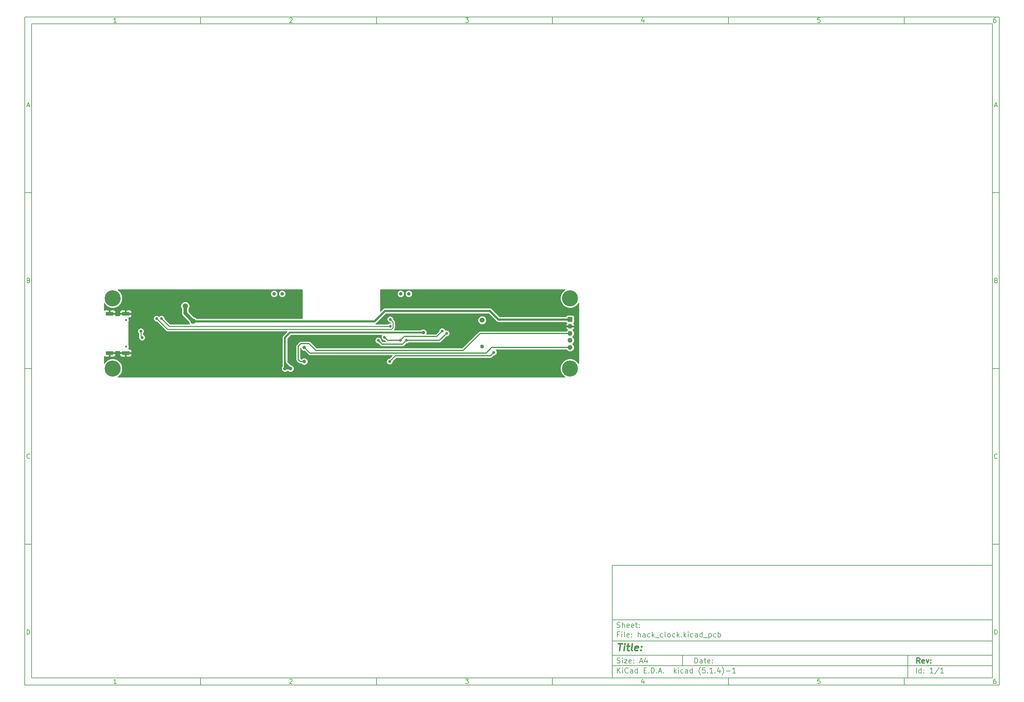
<source format=gbl>
G04 #@! TF.GenerationSoftware,KiCad,Pcbnew,(5.1.4)-1*
G04 #@! TF.CreationDate,2019-11-05T14:40:22+08:00*
G04 #@! TF.ProjectId,hack_clock,6861636b-5f63-46c6-9f63-6b2e6b696361,rev?*
G04 #@! TF.SameCoordinates,Original*
G04 #@! TF.FileFunction,Copper,L2,Bot*
G04 #@! TF.FilePolarity,Positive*
%FSLAX46Y46*%
G04 Gerber Fmt 4.6, Leading zero omitted, Abs format (unit mm)*
G04 Created by KiCad (PCBNEW (5.1.4)-1) date 2019-11-05 14:40:22*
%MOMM*%
%LPD*%
G04 APERTURE LIST*
%ADD10C,0.150000*%
%ADD11C,0.300000*%
%ADD12C,0.400000*%
%ADD13C,0.600000*%
%ADD14C,4.560000*%
%ADD15C,0.620000*%
%ADD16C,1.000000*%
%ADD17C,1.100000*%
%ADD18C,1.400000*%
%ADD19R,1.350000X1.350000*%
%ADD20O,1.350000X1.350000*%
%ADD21C,0.800000*%
%ADD22C,1.500000*%
%ADD23C,0.600000*%
%ADD24C,0.500000*%
%ADD25C,0.800000*%
%ADD26C,0.254000*%
%ADD27C,1.000000*%
G04 APERTURE END LIST*
D10*
X177002200Y-166007200D02*
X177002200Y-198007200D01*
X285002200Y-198007200D01*
X285002200Y-166007200D01*
X177002200Y-166007200D01*
X10000000Y-10000000D02*
X10000000Y-200007200D01*
X287002200Y-200007200D01*
X287002200Y-10000000D01*
X10000000Y-10000000D01*
X12000000Y-12000000D02*
X12000000Y-198007200D01*
X285002200Y-198007200D01*
X285002200Y-12000000D01*
X12000000Y-12000000D01*
X60000000Y-12000000D02*
X60000000Y-10000000D01*
X110000000Y-12000000D02*
X110000000Y-10000000D01*
X160000000Y-12000000D02*
X160000000Y-10000000D01*
X210000000Y-12000000D02*
X210000000Y-10000000D01*
X260000000Y-12000000D02*
X260000000Y-10000000D01*
X36065476Y-11588095D02*
X35322619Y-11588095D01*
X35694047Y-11588095D02*
X35694047Y-10288095D01*
X35570238Y-10473809D01*
X35446428Y-10597619D01*
X35322619Y-10659523D01*
X85322619Y-10411904D02*
X85384523Y-10350000D01*
X85508333Y-10288095D01*
X85817857Y-10288095D01*
X85941666Y-10350000D01*
X86003571Y-10411904D01*
X86065476Y-10535714D01*
X86065476Y-10659523D01*
X86003571Y-10845238D01*
X85260714Y-11588095D01*
X86065476Y-11588095D01*
X135260714Y-10288095D02*
X136065476Y-10288095D01*
X135632142Y-10783333D01*
X135817857Y-10783333D01*
X135941666Y-10845238D01*
X136003571Y-10907142D01*
X136065476Y-11030952D01*
X136065476Y-11340476D01*
X136003571Y-11464285D01*
X135941666Y-11526190D01*
X135817857Y-11588095D01*
X135446428Y-11588095D01*
X135322619Y-11526190D01*
X135260714Y-11464285D01*
X185941666Y-10721428D02*
X185941666Y-11588095D01*
X185632142Y-10226190D02*
X185322619Y-11154761D01*
X186127380Y-11154761D01*
X236003571Y-10288095D02*
X235384523Y-10288095D01*
X235322619Y-10907142D01*
X235384523Y-10845238D01*
X235508333Y-10783333D01*
X235817857Y-10783333D01*
X235941666Y-10845238D01*
X236003571Y-10907142D01*
X236065476Y-11030952D01*
X236065476Y-11340476D01*
X236003571Y-11464285D01*
X235941666Y-11526190D01*
X235817857Y-11588095D01*
X235508333Y-11588095D01*
X235384523Y-11526190D01*
X235322619Y-11464285D01*
X285941666Y-10288095D02*
X285694047Y-10288095D01*
X285570238Y-10350000D01*
X285508333Y-10411904D01*
X285384523Y-10597619D01*
X285322619Y-10845238D01*
X285322619Y-11340476D01*
X285384523Y-11464285D01*
X285446428Y-11526190D01*
X285570238Y-11588095D01*
X285817857Y-11588095D01*
X285941666Y-11526190D01*
X286003571Y-11464285D01*
X286065476Y-11340476D01*
X286065476Y-11030952D01*
X286003571Y-10907142D01*
X285941666Y-10845238D01*
X285817857Y-10783333D01*
X285570238Y-10783333D01*
X285446428Y-10845238D01*
X285384523Y-10907142D01*
X285322619Y-11030952D01*
X60000000Y-198007200D02*
X60000000Y-200007200D01*
X110000000Y-198007200D02*
X110000000Y-200007200D01*
X160000000Y-198007200D02*
X160000000Y-200007200D01*
X210000000Y-198007200D02*
X210000000Y-200007200D01*
X260000000Y-198007200D02*
X260000000Y-200007200D01*
X36065476Y-199595295D02*
X35322619Y-199595295D01*
X35694047Y-199595295D02*
X35694047Y-198295295D01*
X35570238Y-198481009D01*
X35446428Y-198604819D01*
X35322619Y-198666723D01*
X85322619Y-198419104D02*
X85384523Y-198357200D01*
X85508333Y-198295295D01*
X85817857Y-198295295D01*
X85941666Y-198357200D01*
X86003571Y-198419104D01*
X86065476Y-198542914D01*
X86065476Y-198666723D01*
X86003571Y-198852438D01*
X85260714Y-199595295D01*
X86065476Y-199595295D01*
X135260714Y-198295295D02*
X136065476Y-198295295D01*
X135632142Y-198790533D01*
X135817857Y-198790533D01*
X135941666Y-198852438D01*
X136003571Y-198914342D01*
X136065476Y-199038152D01*
X136065476Y-199347676D01*
X136003571Y-199471485D01*
X135941666Y-199533390D01*
X135817857Y-199595295D01*
X135446428Y-199595295D01*
X135322619Y-199533390D01*
X135260714Y-199471485D01*
X185941666Y-198728628D02*
X185941666Y-199595295D01*
X185632142Y-198233390D02*
X185322619Y-199161961D01*
X186127380Y-199161961D01*
X236003571Y-198295295D02*
X235384523Y-198295295D01*
X235322619Y-198914342D01*
X235384523Y-198852438D01*
X235508333Y-198790533D01*
X235817857Y-198790533D01*
X235941666Y-198852438D01*
X236003571Y-198914342D01*
X236065476Y-199038152D01*
X236065476Y-199347676D01*
X236003571Y-199471485D01*
X235941666Y-199533390D01*
X235817857Y-199595295D01*
X235508333Y-199595295D01*
X235384523Y-199533390D01*
X235322619Y-199471485D01*
X285941666Y-198295295D02*
X285694047Y-198295295D01*
X285570238Y-198357200D01*
X285508333Y-198419104D01*
X285384523Y-198604819D01*
X285322619Y-198852438D01*
X285322619Y-199347676D01*
X285384523Y-199471485D01*
X285446428Y-199533390D01*
X285570238Y-199595295D01*
X285817857Y-199595295D01*
X285941666Y-199533390D01*
X286003571Y-199471485D01*
X286065476Y-199347676D01*
X286065476Y-199038152D01*
X286003571Y-198914342D01*
X285941666Y-198852438D01*
X285817857Y-198790533D01*
X285570238Y-198790533D01*
X285446428Y-198852438D01*
X285384523Y-198914342D01*
X285322619Y-199038152D01*
X10000000Y-60000000D02*
X12000000Y-60000000D01*
X10000000Y-110000000D02*
X12000000Y-110000000D01*
X10000000Y-160000000D02*
X12000000Y-160000000D01*
X10690476Y-35216666D02*
X11309523Y-35216666D01*
X10566666Y-35588095D02*
X11000000Y-34288095D01*
X11433333Y-35588095D01*
X11092857Y-84907142D02*
X11278571Y-84969047D01*
X11340476Y-85030952D01*
X11402380Y-85154761D01*
X11402380Y-85340476D01*
X11340476Y-85464285D01*
X11278571Y-85526190D01*
X11154761Y-85588095D01*
X10659523Y-85588095D01*
X10659523Y-84288095D01*
X11092857Y-84288095D01*
X11216666Y-84350000D01*
X11278571Y-84411904D01*
X11340476Y-84535714D01*
X11340476Y-84659523D01*
X11278571Y-84783333D01*
X11216666Y-84845238D01*
X11092857Y-84907142D01*
X10659523Y-84907142D01*
X11402380Y-135464285D02*
X11340476Y-135526190D01*
X11154761Y-135588095D01*
X11030952Y-135588095D01*
X10845238Y-135526190D01*
X10721428Y-135402380D01*
X10659523Y-135278571D01*
X10597619Y-135030952D01*
X10597619Y-134845238D01*
X10659523Y-134597619D01*
X10721428Y-134473809D01*
X10845238Y-134350000D01*
X11030952Y-134288095D01*
X11154761Y-134288095D01*
X11340476Y-134350000D01*
X11402380Y-134411904D01*
X10659523Y-185588095D02*
X10659523Y-184288095D01*
X10969047Y-184288095D01*
X11154761Y-184350000D01*
X11278571Y-184473809D01*
X11340476Y-184597619D01*
X11402380Y-184845238D01*
X11402380Y-185030952D01*
X11340476Y-185278571D01*
X11278571Y-185402380D01*
X11154761Y-185526190D01*
X10969047Y-185588095D01*
X10659523Y-185588095D01*
X287002200Y-60000000D02*
X285002200Y-60000000D01*
X287002200Y-110000000D02*
X285002200Y-110000000D01*
X287002200Y-160000000D02*
X285002200Y-160000000D01*
X285692676Y-35216666D02*
X286311723Y-35216666D01*
X285568866Y-35588095D02*
X286002200Y-34288095D01*
X286435533Y-35588095D01*
X286095057Y-84907142D02*
X286280771Y-84969047D01*
X286342676Y-85030952D01*
X286404580Y-85154761D01*
X286404580Y-85340476D01*
X286342676Y-85464285D01*
X286280771Y-85526190D01*
X286156961Y-85588095D01*
X285661723Y-85588095D01*
X285661723Y-84288095D01*
X286095057Y-84288095D01*
X286218866Y-84350000D01*
X286280771Y-84411904D01*
X286342676Y-84535714D01*
X286342676Y-84659523D01*
X286280771Y-84783333D01*
X286218866Y-84845238D01*
X286095057Y-84907142D01*
X285661723Y-84907142D01*
X286404580Y-135464285D02*
X286342676Y-135526190D01*
X286156961Y-135588095D01*
X286033152Y-135588095D01*
X285847438Y-135526190D01*
X285723628Y-135402380D01*
X285661723Y-135278571D01*
X285599819Y-135030952D01*
X285599819Y-134845238D01*
X285661723Y-134597619D01*
X285723628Y-134473809D01*
X285847438Y-134350000D01*
X286033152Y-134288095D01*
X286156961Y-134288095D01*
X286342676Y-134350000D01*
X286404580Y-134411904D01*
X285661723Y-185588095D02*
X285661723Y-184288095D01*
X285971247Y-184288095D01*
X286156961Y-184350000D01*
X286280771Y-184473809D01*
X286342676Y-184597619D01*
X286404580Y-184845238D01*
X286404580Y-185030952D01*
X286342676Y-185278571D01*
X286280771Y-185402380D01*
X286156961Y-185526190D01*
X285971247Y-185588095D01*
X285661723Y-185588095D01*
X200434342Y-193785771D02*
X200434342Y-192285771D01*
X200791485Y-192285771D01*
X201005771Y-192357200D01*
X201148628Y-192500057D01*
X201220057Y-192642914D01*
X201291485Y-192928628D01*
X201291485Y-193142914D01*
X201220057Y-193428628D01*
X201148628Y-193571485D01*
X201005771Y-193714342D01*
X200791485Y-193785771D01*
X200434342Y-193785771D01*
X202577200Y-193785771D02*
X202577200Y-193000057D01*
X202505771Y-192857200D01*
X202362914Y-192785771D01*
X202077200Y-192785771D01*
X201934342Y-192857200D01*
X202577200Y-193714342D02*
X202434342Y-193785771D01*
X202077200Y-193785771D01*
X201934342Y-193714342D01*
X201862914Y-193571485D01*
X201862914Y-193428628D01*
X201934342Y-193285771D01*
X202077200Y-193214342D01*
X202434342Y-193214342D01*
X202577200Y-193142914D01*
X203077200Y-192785771D02*
X203648628Y-192785771D01*
X203291485Y-192285771D02*
X203291485Y-193571485D01*
X203362914Y-193714342D01*
X203505771Y-193785771D01*
X203648628Y-193785771D01*
X204720057Y-193714342D02*
X204577200Y-193785771D01*
X204291485Y-193785771D01*
X204148628Y-193714342D01*
X204077200Y-193571485D01*
X204077200Y-193000057D01*
X204148628Y-192857200D01*
X204291485Y-192785771D01*
X204577200Y-192785771D01*
X204720057Y-192857200D01*
X204791485Y-193000057D01*
X204791485Y-193142914D01*
X204077200Y-193285771D01*
X205434342Y-193642914D02*
X205505771Y-193714342D01*
X205434342Y-193785771D01*
X205362914Y-193714342D01*
X205434342Y-193642914D01*
X205434342Y-193785771D01*
X205434342Y-192857200D02*
X205505771Y-192928628D01*
X205434342Y-193000057D01*
X205362914Y-192928628D01*
X205434342Y-192857200D01*
X205434342Y-193000057D01*
X177002200Y-194507200D02*
X285002200Y-194507200D01*
X178434342Y-196585771D02*
X178434342Y-195085771D01*
X179291485Y-196585771D02*
X178648628Y-195728628D01*
X179291485Y-195085771D02*
X178434342Y-195942914D01*
X179934342Y-196585771D02*
X179934342Y-195585771D01*
X179934342Y-195085771D02*
X179862914Y-195157200D01*
X179934342Y-195228628D01*
X180005771Y-195157200D01*
X179934342Y-195085771D01*
X179934342Y-195228628D01*
X181505771Y-196442914D02*
X181434342Y-196514342D01*
X181220057Y-196585771D01*
X181077200Y-196585771D01*
X180862914Y-196514342D01*
X180720057Y-196371485D01*
X180648628Y-196228628D01*
X180577200Y-195942914D01*
X180577200Y-195728628D01*
X180648628Y-195442914D01*
X180720057Y-195300057D01*
X180862914Y-195157200D01*
X181077200Y-195085771D01*
X181220057Y-195085771D01*
X181434342Y-195157200D01*
X181505771Y-195228628D01*
X182791485Y-196585771D02*
X182791485Y-195800057D01*
X182720057Y-195657200D01*
X182577200Y-195585771D01*
X182291485Y-195585771D01*
X182148628Y-195657200D01*
X182791485Y-196514342D02*
X182648628Y-196585771D01*
X182291485Y-196585771D01*
X182148628Y-196514342D01*
X182077200Y-196371485D01*
X182077200Y-196228628D01*
X182148628Y-196085771D01*
X182291485Y-196014342D01*
X182648628Y-196014342D01*
X182791485Y-195942914D01*
X184148628Y-196585771D02*
X184148628Y-195085771D01*
X184148628Y-196514342D02*
X184005771Y-196585771D01*
X183720057Y-196585771D01*
X183577200Y-196514342D01*
X183505771Y-196442914D01*
X183434342Y-196300057D01*
X183434342Y-195871485D01*
X183505771Y-195728628D01*
X183577200Y-195657200D01*
X183720057Y-195585771D01*
X184005771Y-195585771D01*
X184148628Y-195657200D01*
X186005771Y-195800057D02*
X186505771Y-195800057D01*
X186720057Y-196585771D02*
X186005771Y-196585771D01*
X186005771Y-195085771D01*
X186720057Y-195085771D01*
X187362914Y-196442914D02*
X187434342Y-196514342D01*
X187362914Y-196585771D01*
X187291485Y-196514342D01*
X187362914Y-196442914D01*
X187362914Y-196585771D01*
X188077200Y-196585771D02*
X188077200Y-195085771D01*
X188434342Y-195085771D01*
X188648628Y-195157200D01*
X188791485Y-195300057D01*
X188862914Y-195442914D01*
X188934342Y-195728628D01*
X188934342Y-195942914D01*
X188862914Y-196228628D01*
X188791485Y-196371485D01*
X188648628Y-196514342D01*
X188434342Y-196585771D01*
X188077200Y-196585771D01*
X189577200Y-196442914D02*
X189648628Y-196514342D01*
X189577200Y-196585771D01*
X189505771Y-196514342D01*
X189577200Y-196442914D01*
X189577200Y-196585771D01*
X190220057Y-196157200D02*
X190934342Y-196157200D01*
X190077200Y-196585771D02*
X190577200Y-195085771D01*
X191077200Y-196585771D01*
X191577200Y-196442914D02*
X191648628Y-196514342D01*
X191577200Y-196585771D01*
X191505771Y-196514342D01*
X191577200Y-196442914D01*
X191577200Y-196585771D01*
X194577200Y-196585771D02*
X194577200Y-195085771D01*
X194720057Y-196014342D02*
X195148628Y-196585771D01*
X195148628Y-195585771D02*
X194577200Y-196157200D01*
X195791485Y-196585771D02*
X195791485Y-195585771D01*
X195791485Y-195085771D02*
X195720057Y-195157200D01*
X195791485Y-195228628D01*
X195862914Y-195157200D01*
X195791485Y-195085771D01*
X195791485Y-195228628D01*
X197148628Y-196514342D02*
X197005771Y-196585771D01*
X196720057Y-196585771D01*
X196577200Y-196514342D01*
X196505771Y-196442914D01*
X196434342Y-196300057D01*
X196434342Y-195871485D01*
X196505771Y-195728628D01*
X196577200Y-195657200D01*
X196720057Y-195585771D01*
X197005771Y-195585771D01*
X197148628Y-195657200D01*
X198434342Y-196585771D02*
X198434342Y-195800057D01*
X198362914Y-195657200D01*
X198220057Y-195585771D01*
X197934342Y-195585771D01*
X197791485Y-195657200D01*
X198434342Y-196514342D02*
X198291485Y-196585771D01*
X197934342Y-196585771D01*
X197791485Y-196514342D01*
X197720057Y-196371485D01*
X197720057Y-196228628D01*
X197791485Y-196085771D01*
X197934342Y-196014342D01*
X198291485Y-196014342D01*
X198434342Y-195942914D01*
X199791485Y-196585771D02*
X199791485Y-195085771D01*
X199791485Y-196514342D02*
X199648628Y-196585771D01*
X199362914Y-196585771D01*
X199220057Y-196514342D01*
X199148628Y-196442914D01*
X199077200Y-196300057D01*
X199077200Y-195871485D01*
X199148628Y-195728628D01*
X199220057Y-195657200D01*
X199362914Y-195585771D01*
X199648628Y-195585771D01*
X199791485Y-195657200D01*
X202077200Y-197157200D02*
X202005771Y-197085771D01*
X201862914Y-196871485D01*
X201791485Y-196728628D01*
X201720057Y-196514342D01*
X201648628Y-196157200D01*
X201648628Y-195871485D01*
X201720057Y-195514342D01*
X201791485Y-195300057D01*
X201862914Y-195157200D01*
X202005771Y-194942914D01*
X202077200Y-194871485D01*
X203362914Y-195085771D02*
X202648628Y-195085771D01*
X202577200Y-195800057D01*
X202648628Y-195728628D01*
X202791485Y-195657200D01*
X203148628Y-195657200D01*
X203291485Y-195728628D01*
X203362914Y-195800057D01*
X203434342Y-195942914D01*
X203434342Y-196300057D01*
X203362914Y-196442914D01*
X203291485Y-196514342D01*
X203148628Y-196585771D01*
X202791485Y-196585771D01*
X202648628Y-196514342D01*
X202577200Y-196442914D01*
X204077200Y-196442914D02*
X204148628Y-196514342D01*
X204077200Y-196585771D01*
X204005771Y-196514342D01*
X204077200Y-196442914D01*
X204077200Y-196585771D01*
X205577200Y-196585771D02*
X204720057Y-196585771D01*
X205148628Y-196585771D02*
X205148628Y-195085771D01*
X205005771Y-195300057D01*
X204862914Y-195442914D01*
X204720057Y-195514342D01*
X206220057Y-196442914D02*
X206291485Y-196514342D01*
X206220057Y-196585771D01*
X206148628Y-196514342D01*
X206220057Y-196442914D01*
X206220057Y-196585771D01*
X207577200Y-195585771D02*
X207577200Y-196585771D01*
X207220057Y-195014342D02*
X206862914Y-196085771D01*
X207791485Y-196085771D01*
X208220057Y-197157200D02*
X208291485Y-197085771D01*
X208434342Y-196871485D01*
X208505771Y-196728628D01*
X208577200Y-196514342D01*
X208648628Y-196157200D01*
X208648628Y-195871485D01*
X208577200Y-195514342D01*
X208505771Y-195300057D01*
X208434342Y-195157200D01*
X208291485Y-194942914D01*
X208220057Y-194871485D01*
X209362914Y-196014342D02*
X210505771Y-196014342D01*
X212005771Y-196585771D02*
X211148628Y-196585771D01*
X211577200Y-196585771D02*
X211577200Y-195085771D01*
X211434342Y-195300057D01*
X211291485Y-195442914D01*
X211148628Y-195514342D01*
X177002200Y-191507200D02*
X285002200Y-191507200D01*
D11*
X264411485Y-193785771D02*
X263911485Y-193071485D01*
X263554342Y-193785771D02*
X263554342Y-192285771D01*
X264125771Y-192285771D01*
X264268628Y-192357200D01*
X264340057Y-192428628D01*
X264411485Y-192571485D01*
X264411485Y-192785771D01*
X264340057Y-192928628D01*
X264268628Y-193000057D01*
X264125771Y-193071485D01*
X263554342Y-193071485D01*
X265625771Y-193714342D02*
X265482914Y-193785771D01*
X265197200Y-193785771D01*
X265054342Y-193714342D01*
X264982914Y-193571485D01*
X264982914Y-193000057D01*
X265054342Y-192857200D01*
X265197200Y-192785771D01*
X265482914Y-192785771D01*
X265625771Y-192857200D01*
X265697200Y-193000057D01*
X265697200Y-193142914D01*
X264982914Y-193285771D01*
X266197200Y-192785771D02*
X266554342Y-193785771D01*
X266911485Y-192785771D01*
X267482914Y-193642914D02*
X267554342Y-193714342D01*
X267482914Y-193785771D01*
X267411485Y-193714342D01*
X267482914Y-193642914D01*
X267482914Y-193785771D01*
X267482914Y-192857200D02*
X267554342Y-192928628D01*
X267482914Y-193000057D01*
X267411485Y-192928628D01*
X267482914Y-192857200D01*
X267482914Y-193000057D01*
D10*
X178362914Y-193714342D02*
X178577200Y-193785771D01*
X178934342Y-193785771D01*
X179077200Y-193714342D01*
X179148628Y-193642914D01*
X179220057Y-193500057D01*
X179220057Y-193357200D01*
X179148628Y-193214342D01*
X179077200Y-193142914D01*
X178934342Y-193071485D01*
X178648628Y-193000057D01*
X178505771Y-192928628D01*
X178434342Y-192857200D01*
X178362914Y-192714342D01*
X178362914Y-192571485D01*
X178434342Y-192428628D01*
X178505771Y-192357200D01*
X178648628Y-192285771D01*
X179005771Y-192285771D01*
X179220057Y-192357200D01*
X179862914Y-193785771D02*
X179862914Y-192785771D01*
X179862914Y-192285771D02*
X179791485Y-192357200D01*
X179862914Y-192428628D01*
X179934342Y-192357200D01*
X179862914Y-192285771D01*
X179862914Y-192428628D01*
X180434342Y-192785771D02*
X181220057Y-192785771D01*
X180434342Y-193785771D01*
X181220057Y-193785771D01*
X182362914Y-193714342D02*
X182220057Y-193785771D01*
X181934342Y-193785771D01*
X181791485Y-193714342D01*
X181720057Y-193571485D01*
X181720057Y-193000057D01*
X181791485Y-192857200D01*
X181934342Y-192785771D01*
X182220057Y-192785771D01*
X182362914Y-192857200D01*
X182434342Y-193000057D01*
X182434342Y-193142914D01*
X181720057Y-193285771D01*
X183077200Y-193642914D02*
X183148628Y-193714342D01*
X183077200Y-193785771D01*
X183005771Y-193714342D01*
X183077200Y-193642914D01*
X183077200Y-193785771D01*
X183077200Y-192857200D02*
X183148628Y-192928628D01*
X183077200Y-193000057D01*
X183005771Y-192928628D01*
X183077200Y-192857200D01*
X183077200Y-193000057D01*
X184862914Y-193357200D02*
X185577200Y-193357200D01*
X184720057Y-193785771D02*
X185220057Y-192285771D01*
X185720057Y-193785771D01*
X186862914Y-192785771D02*
X186862914Y-193785771D01*
X186505771Y-192214342D02*
X186148628Y-193285771D01*
X187077200Y-193285771D01*
X263434342Y-196585771D02*
X263434342Y-195085771D01*
X264791485Y-196585771D02*
X264791485Y-195085771D01*
X264791485Y-196514342D02*
X264648628Y-196585771D01*
X264362914Y-196585771D01*
X264220057Y-196514342D01*
X264148628Y-196442914D01*
X264077200Y-196300057D01*
X264077200Y-195871485D01*
X264148628Y-195728628D01*
X264220057Y-195657200D01*
X264362914Y-195585771D01*
X264648628Y-195585771D01*
X264791485Y-195657200D01*
X265505771Y-196442914D02*
X265577200Y-196514342D01*
X265505771Y-196585771D01*
X265434342Y-196514342D01*
X265505771Y-196442914D01*
X265505771Y-196585771D01*
X265505771Y-195657200D02*
X265577200Y-195728628D01*
X265505771Y-195800057D01*
X265434342Y-195728628D01*
X265505771Y-195657200D01*
X265505771Y-195800057D01*
X268148628Y-196585771D02*
X267291485Y-196585771D01*
X267720057Y-196585771D02*
X267720057Y-195085771D01*
X267577200Y-195300057D01*
X267434342Y-195442914D01*
X267291485Y-195514342D01*
X269862914Y-195014342D02*
X268577200Y-196942914D01*
X271148628Y-196585771D02*
X270291485Y-196585771D01*
X270720057Y-196585771D02*
X270720057Y-195085771D01*
X270577200Y-195300057D01*
X270434342Y-195442914D01*
X270291485Y-195514342D01*
X177002200Y-187507200D02*
X285002200Y-187507200D01*
D12*
X178714580Y-188211961D02*
X179857438Y-188211961D01*
X179036009Y-190211961D02*
X179286009Y-188211961D01*
X180274104Y-190211961D02*
X180440771Y-188878628D01*
X180524104Y-188211961D02*
X180416961Y-188307200D01*
X180500295Y-188402438D01*
X180607438Y-188307200D01*
X180524104Y-188211961D01*
X180500295Y-188402438D01*
X181107438Y-188878628D02*
X181869342Y-188878628D01*
X181476485Y-188211961D02*
X181262200Y-189926247D01*
X181333628Y-190116723D01*
X181512200Y-190211961D01*
X181702676Y-190211961D01*
X182655057Y-190211961D02*
X182476485Y-190116723D01*
X182405057Y-189926247D01*
X182619342Y-188211961D01*
X184190771Y-190116723D02*
X183988390Y-190211961D01*
X183607438Y-190211961D01*
X183428866Y-190116723D01*
X183357438Y-189926247D01*
X183452676Y-189164342D01*
X183571723Y-188973866D01*
X183774104Y-188878628D01*
X184155057Y-188878628D01*
X184333628Y-188973866D01*
X184405057Y-189164342D01*
X184381247Y-189354819D01*
X183405057Y-189545295D01*
X185155057Y-190021485D02*
X185238390Y-190116723D01*
X185131247Y-190211961D01*
X185047914Y-190116723D01*
X185155057Y-190021485D01*
X185131247Y-190211961D01*
X185286009Y-188973866D02*
X185369342Y-189069104D01*
X185262200Y-189164342D01*
X185178866Y-189069104D01*
X185286009Y-188973866D01*
X185262200Y-189164342D01*
D10*
X178934342Y-185600057D02*
X178434342Y-185600057D01*
X178434342Y-186385771D02*
X178434342Y-184885771D01*
X179148628Y-184885771D01*
X179720057Y-186385771D02*
X179720057Y-185385771D01*
X179720057Y-184885771D02*
X179648628Y-184957200D01*
X179720057Y-185028628D01*
X179791485Y-184957200D01*
X179720057Y-184885771D01*
X179720057Y-185028628D01*
X180648628Y-186385771D02*
X180505771Y-186314342D01*
X180434342Y-186171485D01*
X180434342Y-184885771D01*
X181791485Y-186314342D02*
X181648628Y-186385771D01*
X181362914Y-186385771D01*
X181220057Y-186314342D01*
X181148628Y-186171485D01*
X181148628Y-185600057D01*
X181220057Y-185457200D01*
X181362914Y-185385771D01*
X181648628Y-185385771D01*
X181791485Y-185457200D01*
X181862914Y-185600057D01*
X181862914Y-185742914D01*
X181148628Y-185885771D01*
X182505771Y-186242914D02*
X182577200Y-186314342D01*
X182505771Y-186385771D01*
X182434342Y-186314342D01*
X182505771Y-186242914D01*
X182505771Y-186385771D01*
X182505771Y-185457200D02*
X182577200Y-185528628D01*
X182505771Y-185600057D01*
X182434342Y-185528628D01*
X182505771Y-185457200D01*
X182505771Y-185600057D01*
X184362914Y-186385771D02*
X184362914Y-184885771D01*
X185005771Y-186385771D02*
X185005771Y-185600057D01*
X184934342Y-185457200D01*
X184791485Y-185385771D01*
X184577200Y-185385771D01*
X184434342Y-185457200D01*
X184362914Y-185528628D01*
X186362914Y-186385771D02*
X186362914Y-185600057D01*
X186291485Y-185457200D01*
X186148628Y-185385771D01*
X185862914Y-185385771D01*
X185720057Y-185457200D01*
X186362914Y-186314342D02*
X186220057Y-186385771D01*
X185862914Y-186385771D01*
X185720057Y-186314342D01*
X185648628Y-186171485D01*
X185648628Y-186028628D01*
X185720057Y-185885771D01*
X185862914Y-185814342D01*
X186220057Y-185814342D01*
X186362914Y-185742914D01*
X187720057Y-186314342D02*
X187577200Y-186385771D01*
X187291485Y-186385771D01*
X187148628Y-186314342D01*
X187077200Y-186242914D01*
X187005771Y-186100057D01*
X187005771Y-185671485D01*
X187077200Y-185528628D01*
X187148628Y-185457200D01*
X187291485Y-185385771D01*
X187577200Y-185385771D01*
X187720057Y-185457200D01*
X188362914Y-186385771D02*
X188362914Y-184885771D01*
X188505771Y-185814342D02*
X188934342Y-186385771D01*
X188934342Y-185385771D02*
X188362914Y-185957200D01*
X189220057Y-186528628D02*
X190362914Y-186528628D01*
X191362914Y-186314342D02*
X191220057Y-186385771D01*
X190934342Y-186385771D01*
X190791485Y-186314342D01*
X190720057Y-186242914D01*
X190648628Y-186100057D01*
X190648628Y-185671485D01*
X190720057Y-185528628D01*
X190791485Y-185457200D01*
X190934342Y-185385771D01*
X191220057Y-185385771D01*
X191362914Y-185457200D01*
X192220057Y-186385771D02*
X192077200Y-186314342D01*
X192005771Y-186171485D01*
X192005771Y-184885771D01*
X193005771Y-186385771D02*
X192862914Y-186314342D01*
X192791485Y-186242914D01*
X192720057Y-186100057D01*
X192720057Y-185671485D01*
X192791485Y-185528628D01*
X192862914Y-185457200D01*
X193005771Y-185385771D01*
X193220057Y-185385771D01*
X193362914Y-185457200D01*
X193434342Y-185528628D01*
X193505771Y-185671485D01*
X193505771Y-186100057D01*
X193434342Y-186242914D01*
X193362914Y-186314342D01*
X193220057Y-186385771D01*
X193005771Y-186385771D01*
X194791485Y-186314342D02*
X194648628Y-186385771D01*
X194362914Y-186385771D01*
X194220057Y-186314342D01*
X194148628Y-186242914D01*
X194077200Y-186100057D01*
X194077200Y-185671485D01*
X194148628Y-185528628D01*
X194220057Y-185457200D01*
X194362914Y-185385771D01*
X194648628Y-185385771D01*
X194791485Y-185457200D01*
X195434342Y-186385771D02*
X195434342Y-184885771D01*
X195577200Y-185814342D02*
X196005771Y-186385771D01*
X196005771Y-185385771D02*
X195434342Y-185957200D01*
X196648628Y-186242914D02*
X196720057Y-186314342D01*
X196648628Y-186385771D01*
X196577200Y-186314342D01*
X196648628Y-186242914D01*
X196648628Y-186385771D01*
X197362914Y-186385771D02*
X197362914Y-184885771D01*
X197505771Y-185814342D02*
X197934342Y-186385771D01*
X197934342Y-185385771D02*
X197362914Y-185957200D01*
X198577200Y-186385771D02*
X198577200Y-185385771D01*
X198577200Y-184885771D02*
X198505771Y-184957200D01*
X198577200Y-185028628D01*
X198648628Y-184957200D01*
X198577200Y-184885771D01*
X198577200Y-185028628D01*
X199934342Y-186314342D02*
X199791485Y-186385771D01*
X199505771Y-186385771D01*
X199362914Y-186314342D01*
X199291485Y-186242914D01*
X199220057Y-186100057D01*
X199220057Y-185671485D01*
X199291485Y-185528628D01*
X199362914Y-185457200D01*
X199505771Y-185385771D01*
X199791485Y-185385771D01*
X199934342Y-185457200D01*
X201220057Y-186385771D02*
X201220057Y-185600057D01*
X201148628Y-185457200D01*
X201005771Y-185385771D01*
X200720057Y-185385771D01*
X200577200Y-185457200D01*
X201220057Y-186314342D02*
X201077200Y-186385771D01*
X200720057Y-186385771D01*
X200577200Y-186314342D01*
X200505771Y-186171485D01*
X200505771Y-186028628D01*
X200577200Y-185885771D01*
X200720057Y-185814342D01*
X201077200Y-185814342D01*
X201220057Y-185742914D01*
X202577200Y-186385771D02*
X202577200Y-184885771D01*
X202577200Y-186314342D02*
X202434342Y-186385771D01*
X202148628Y-186385771D01*
X202005771Y-186314342D01*
X201934342Y-186242914D01*
X201862914Y-186100057D01*
X201862914Y-185671485D01*
X201934342Y-185528628D01*
X202005771Y-185457200D01*
X202148628Y-185385771D01*
X202434342Y-185385771D01*
X202577200Y-185457200D01*
X202934342Y-186528628D02*
X204077200Y-186528628D01*
X204434342Y-185385771D02*
X204434342Y-186885771D01*
X204434342Y-185457200D02*
X204577200Y-185385771D01*
X204862914Y-185385771D01*
X205005771Y-185457200D01*
X205077200Y-185528628D01*
X205148628Y-185671485D01*
X205148628Y-186100057D01*
X205077200Y-186242914D01*
X205005771Y-186314342D01*
X204862914Y-186385771D01*
X204577200Y-186385771D01*
X204434342Y-186314342D01*
X206434342Y-186314342D02*
X206291485Y-186385771D01*
X206005771Y-186385771D01*
X205862914Y-186314342D01*
X205791485Y-186242914D01*
X205720057Y-186100057D01*
X205720057Y-185671485D01*
X205791485Y-185528628D01*
X205862914Y-185457200D01*
X206005771Y-185385771D01*
X206291485Y-185385771D01*
X206434342Y-185457200D01*
X207077200Y-186385771D02*
X207077200Y-184885771D01*
X207077200Y-185457200D02*
X207220057Y-185385771D01*
X207505771Y-185385771D01*
X207648628Y-185457200D01*
X207720057Y-185528628D01*
X207791485Y-185671485D01*
X207791485Y-186100057D01*
X207720057Y-186242914D01*
X207648628Y-186314342D01*
X207505771Y-186385771D01*
X207220057Y-186385771D01*
X207077200Y-186314342D01*
X177002200Y-181507200D02*
X285002200Y-181507200D01*
X178362914Y-183614342D02*
X178577200Y-183685771D01*
X178934342Y-183685771D01*
X179077200Y-183614342D01*
X179148628Y-183542914D01*
X179220057Y-183400057D01*
X179220057Y-183257200D01*
X179148628Y-183114342D01*
X179077200Y-183042914D01*
X178934342Y-182971485D01*
X178648628Y-182900057D01*
X178505771Y-182828628D01*
X178434342Y-182757200D01*
X178362914Y-182614342D01*
X178362914Y-182471485D01*
X178434342Y-182328628D01*
X178505771Y-182257200D01*
X178648628Y-182185771D01*
X179005771Y-182185771D01*
X179220057Y-182257200D01*
X179862914Y-183685771D02*
X179862914Y-182185771D01*
X180505771Y-183685771D02*
X180505771Y-182900057D01*
X180434342Y-182757200D01*
X180291485Y-182685771D01*
X180077200Y-182685771D01*
X179934342Y-182757200D01*
X179862914Y-182828628D01*
X181791485Y-183614342D02*
X181648628Y-183685771D01*
X181362914Y-183685771D01*
X181220057Y-183614342D01*
X181148628Y-183471485D01*
X181148628Y-182900057D01*
X181220057Y-182757200D01*
X181362914Y-182685771D01*
X181648628Y-182685771D01*
X181791485Y-182757200D01*
X181862914Y-182900057D01*
X181862914Y-183042914D01*
X181148628Y-183185771D01*
X183077200Y-183614342D02*
X182934342Y-183685771D01*
X182648628Y-183685771D01*
X182505771Y-183614342D01*
X182434342Y-183471485D01*
X182434342Y-182900057D01*
X182505771Y-182757200D01*
X182648628Y-182685771D01*
X182934342Y-182685771D01*
X183077200Y-182757200D01*
X183148628Y-182900057D01*
X183148628Y-183042914D01*
X182434342Y-183185771D01*
X183577200Y-182685771D02*
X184148628Y-182685771D01*
X183791485Y-182185771D02*
X183791485Y-183471485D01*
X183862914Y-183614342D01*
X184005771Y-183685771D01*
X184148628Y-183685771D01*
X184648628Y-183542914D02*
X184720057Y-183614342D01*
X184648628Y-183685771D01*
X184577200Y-183614342D01*
X184648628Y-183542914D01*
X184648628Y-183685771D01*
X184648628Y-182757200D02*
X184720057Y-182828628D01*
X184648628Y-182900057D01*
X184577200Y-182828628D01*
X184648628Y-182757200D01*
X184648628Y-182900057D01*
X197002200Y-191507200D02*
X197002200Y-194507200D01*
X261002200Y-191507200D02*
X261002200Y-198007200D01*
D13*
X166260000Y-108740000D03*
X166780000Y-110000000D03*
D14*
X165000000Y-110000000D03*
D13*
X166260000Y-111260000D03*
X165000000Y-111780000D03*
X163220000Y-110000000D03*
X163740000Y-111260000D03*
X165000000Y-108220000D03*
X163740000Y-108740000D03*
X163740000Y-88740000D03*
X165000000Y-88220000D03*
X163740000Y-91260000D03*
X163220000Y-90000000D03*
X165000000Y-91780000D03*
X166260000Y-91260000D03*
D14*
X165000000Y-90000000D03*
D13*
X166780000Y-90000000D03*
X166260000Y-88740000D03*
X33740000Y-108740000D03*
X35000000Y-108220000D03*
X33740000Y-111260000D03*
X33220000Y-110000000D03*
X35000000Y-111780000D03*
X36260000Y-111260000D03*
D14*
X35000000Y-110000000D03*
D13*
X36780000Y-110000000D03*
X36260000Y-108740000D03*
X36260000Y-88740000D03*
X36780000Y-90000000D03*
D14*
X35000000Y-90000000D03*
D13*
X36260000Y-91260000D03*
X35000000Y-91780000D03*
X33220000Y-90000000D03*
X33740000Y-91260000D03*
X35000000Y-88220000D03*
X33740000Y-88740000D03*
D15*
X38800000Y-96250000D03*
D10*
G36*
X34994504Y-93926204D02*
G01*
X35018773Y-93929804D01*
X35042571Y-93935765D01*
X35065671Y-93944030D01*
X35087849Y-93954520D01*
X35108893Y-93967133D01*
X35128598Y-93981747D01*
X35146777Y-93998223D01*
X35163253Y-94016402D01*
X35177867Y-94036107D01*
X35190480Y-94057151D01*
X35200970Y-94079329D01*
X35209235Y-94102429D01*
X35215196Y-94126227D01*
X35218796Y-94150496D01*
X35220000Y-94175000D01*
X35220000Y-94675000D01*
X35218796Y-94699504D01*
X35215196Y-94723773D01*
X35209235Y-94747571D01*
X35200970Y-94770671D01*
X35190480Y-94792849D01*
X35177867Y-94813893D01*
X35163253Y-94833598D01*
X35146777Y-94851777D01*
X35128598Y-94868253D01*
X35108893Y-94882867D01*
X35087849Y-94895480D01*
X35065671Y-94905970D01*
X35042571Y-94914235D01*
X35018773Y-94920196D01*
X34994504Y-94923796D01*
X34970000Y-94925000D01*
X33270000Y-94925000D01*
X33245496Y-94923796D01*
X33221227Y-94920196D01*
X33197429Y-94914235D01*
X33174329Y-94905970D01*
X33152151Y-94895480D01*
X33131107Y-94882867D01*
X33111402Y-94868253D01*
X33093223Y-94851777D01*
X33076747Y-94833598D01*
X33062133Y-94813893D01*
X33049520Y-94792849D01*
X33039030Y-94770671D01*
X33030765Y-94747571D01*
X33024804Y-94723773D01*
X33021204Y-94699504D01*
X33020000Y-94675000D01*
X33020000Y-94175000D01*
X33021204Y-94150496D01*
X33024804Y-94126227D01*
X33030765Y-94102429D01*
X33039030Y-94079329D01*
X33049520Y-94057151D01*
X33062133Y-94036107D01*
X33076747Y-94016402D01*
X33093223Y-93998223D01*
X33111402Y-93981747D01*
X33131107Y-93967133D01*
X33152151Y-93954520D01*
X33174329Y-93944030D01*
X33197429Y-93935765D01*
X33221227Y-93929804D01*
X33245496Y-93926204D01*
X33270000Y-93925000D01*
X34970000Y-93925000D01*
X34994504Y-93926204D01*
X34994504Y-93926204D01*
G37*
D16*
X34120000Y-94425000D03*
D10*
G36*
X39594504Y-105076204D02*
G01*
X39618773Y-105079804D01*
X39642571Y-105085765D01*
X39665671Y-105094030D01*
X39687849Y-105104520D01*
X39708893Y-105117133D01*
X39728598Y-105131747D01*
X39746777Y-105148223D01*
X39763253Y-105166402D01*
X39777867Y-105186107D01*
X39790480Y-105207151D01*
X39800970Y-105229329D01*
X39809235Y-105252429D01*
X39815196Y-105276227D01*
X39818796Y-105300496D01*
X39820000Y-105325000D01*
X39820000Y-105825000D01*
X39818796Y-105849504D01*
X39815196Y-105873773D01*
X39809235Y-105897571D01*
X39800970Y-105920671D01*
X39790480Y-105942849D01*
X39777867Y-105963893D01*
X39763253Y-105983598D01*
X39746777Y-106001777D01*
X39728598Y-106018253D01*
X39708893Y-106032867D01*
X39687849Y-106045480D01*
X39665671Y-106055970D01*
X39642571Y-106064235D01*
X39618773Y-106070196D01*
X39594504Y-106073796D01*
X39570000Y-106075000D01*
X37870000Y-106075000D01*
X37845496Y-106073796D01*
X37821227Y-106070196D01*
X37797429Y-106064235D01*
X37774329Y-106055970D01*
X37752151Y-106045480D01*
X37731107Y-106032867D01*
X37711402Y-106018253D01*
X37693223Y-106001777D01*
X37676747Y-105983598D01*
X37662133Y-105963893D01*
X37649520Y-105942849D01*
X37639030Y-105920671D01*
X37630765Y-105897571D01*
X37624804Y-105873773D01*
X37621204Y-105849504D01*
X37620000Y-105825000D01*
X37620000Y-105325000D01*
X37621204Y-105300496D01*
X37624804Y-105276227D01*
X37630765Y-105252429D01*
X37639030Y-105229329D01*
X37649520Y-105207151D01*
X37662133Y-105186107D01*
X37676747Y-105166402D01*
X37693223Y-105148223D01*
X37711402Y-105131747D01*
X37731107Y-105117133D01*
X37752151Y-105104520D01*
X37774329Y-105094030D01*
X37797429Y-105085765D01*
X37821227Y-105079804D01*
X37845496Y-105076204D01*
X37870000Y-105075000D01*
X39570000Y-105075000D01*
X39594504Y-105076204D01*
X39594504Y-105076204D01*
G37*
D16*
X38720000Y-105575000D03*
D10*
G36*
X34994504Y-105076204D02*
G01*
X35018773Y-105079804D01*
X35042571Y-105085765D01*
X35065671Y-105094030D01*
X35087849Y-105104520D01*
X35108893Y-105117133D01*
X35128598Y-105131747D01*
X35146777Y-105148223D01*
X35163253Y-105166402D01*
X35177867Y-105186107D01*
X35190480Y-105207151D01*
X35200970Y-105229329D01*
X35209235Y-105252429D01*
X35215196Y-105276227D01*
X35218796Y-105300496D01*
X35220000Y-105325000D01*
X35220000Y-105825000D01*
X35218796Y-105849504D01*
X35215196Y-105873773D01*
X35209235Y-105897571D01*
X35200970Y-105920671D01*
X35190480Y-105942849D01*
X35177867Y-105963893D01*
X35163253Y-105983598D01*
X35146777Y-106001777D01*
X35128598Y-106018253D01*
X35108893Y-106032867D01*
X35087849Y-106045480D01*
X35065671Y-106055970D01*
X35042571Y-106064235D01*
X35018773Y-106070196D01*
X34994504Y-106073796D01*
X34970000Y-106075000D01*
X33270000Y-106075000D01*
X33245496Y-106073796D01*
X33221227Y-106070196D01*
X33197429Y-106064235D01*
X33174329Y-106055970D01*
X33152151Y-106045480D01*
X33131107Y-106032867D01*
X33111402Y-106018253D01*
X33093223Y-106001777D01*
X33076747Y-105983598D01*
X33062133Y-105963893D01*
X33049520Y-105942849D01*
X33039030Y-105920671D01*
X33030765Y-105897571D01*
X33024804Y-105873773D01*
X33021204Y-105849504D01*
X33020000Y-105825000D01*
X33020000Y-105325000D01*
X33021204Y-105300496D01*
X33024804Y-105276227D01*
X33030765Y-105252429D01*
X33039030Y-105229329D01*
X33049520Y-105207151D01*
X33062133Y-105186107D01*
X33076747Y-105166402D01*
X33093223Y-105148223D01*
X33111402Y-105131747D01*
X33131107Y-105117133D01*
X33152151Y-105104520D01*
X33174329Y-105094030D01*
X33197429Y-105085765D01*
X33221227Y-105079804D01*
X33245496Y-105076204D01*
X33270000Y-105075000D01*
X34970000Y-105075000D01*
X34994504Y-105076204D01*
X34994504Y-105076204D01*
G37*
D16*
X34120000Y-105575000D03*
D10*
G36*
X39594504Y-93926204D02*
G01*
X39618773Y-93929804D01*
X39642571Y-93935765D01*
X39665671Y-93944030D01*
X39687849Y-93954520D01*
X39708893Y-93967133D01*
X39728598Y-93981747D01*
X39746777Y-93998223D01*
X39763253Y-94016402D01*
X39777867Y-94036107D01*
X39790480Y-94057151D01*
X39800970Y-94079329D01*
X39809235Y-94102429D01*
X39815196Y-94126227D01*
X39818796Y-94150496D01*
X39820000Y-94175000D01*
X39820000Y-94675000D01*
X39818796Y-94699504D01*
X39815196Y-94723773D01*
X39809235Y-94747571D01*
X39800970Y-94770671D01*
X39790480Y-94792849D01*
X39777867Y-94813893D01*
X39763253Y-94833598D01*
X39746777Y-94851777D01*
X39728598Y-94868253D01*
X39708893Y-94882867D01*
X39687849Y-94895480D01*
X39665671Y-94905970D01*
X39642571Y-94914235D01*
X39618773Y-94920196D01*
X39594504Y-94923796D01*
X39570000Y-94925000D01*
X37870000Y-94925000D01*
X37845496Y-94923796D01*
X37821227Y-94920196D01*
X37797429Y-94914235D01*
X37774329Y-94905970D01*
X37752151Y-94895480D01*
X37731107Y-94882867D01*
X37711402Y-94868253D01*
X37693223Y-94851777D01*
X37676747Y-94833598D01*
X37662133Y-94813893D01*
X37649520Y-94792849D01*
X37639030Y-94770671D01*
X37630765Y-94747571D01*
X37624804Y-94723773D01*
X37621204Y-94699504D01*
X37620000Y-94675000D01*
X37620000Y-94175000D01*
X37621204Y-94150496D01*
X37624804Y-94126227D01*
X37630765Y-94102429D01*
X37639030Y-94079329D01*
X37649520Y-94057151D01*
X37662133Y-94036107D01*
X37676747Y-94016402D01*
X37693223Y-93998223D01*
X37711402Y-93981747D01*
X37731107Y-93967133D01*
X37752151Y-93954520D01*
X37774329Y-93944030D01*
X37797429Y-93935765D01*
X37821227Y-93929804D01*
X37845496Y-93926204D01*
X37870000Y-93925000D01*
X39570000Y-93925000D01*
X39594504Y-93926204D01*
X39594504Y-93926204D01*
G37*
D16*
X38720000Y-94425000D03*
D15*
X38800000Y-103750000D03*
D17*
X140000000Y-103750000D03*
D18*
X140000000Y-96250000D03*
D19*
X165000000Y-96000000D03*
D20*
X165000000Y-98000000D03*
X165000000Y-100000000D03*
X165000000Y-102000000D03*
X165000000Y-104000000D03*
D16*
X80862690Y-88731800D03*
X83162710Y-88731800D03*
X119162710Y-88731800D03*
X116862690Y-88731800D03*
D21*
X48370000Y-100410000D03*
D22*
X67580000Y-88370000D03*
X65950000Y-94920000D03*
D21*
X85680000Y-89720000D03*
D22*
X80280000Y-106476000D03*
X75800000Y-106480000D03*
D16*
X128460000Y-95500000D03*
D22*
X110090000Y-110000000D03*
D21*
X122020000Y-90400000D03*
X112200000Y-88660000D03*
D16*
X83970000Y-110000000D03*
X85520000Y-109990000D03*
X123270000Y-99760000D03*
D22*
X55620000Y-92220000D03*
X57880000Y-96550000D03*
D21*
X47500000Y-95780000D03*
X113880000Y-96000000D03*
X48870000Y-95770000D03*
X113880000Y-98000000D03*
X43010000Y-99380000D03*
X43340000Y-101170000D03*
D16*
X89470000Y-108000000D03*
D21*
X143310000Y-105400000D03*
X113700000Y-108000000D03*
D16*
X89470000Y-104000000D03*
D21*
X112250000Y-101090000D03*
X116800000Y-101960000D03*
X128640000Y-99360000D03*
X110480000Y-102000000D03*
X118500000Y-101960000D03*
X129870000Y-99990000D03*
D23*
X48370000Y-100410000D02*
X45430000Y-100410000D01*
X45430000Y-100410000D02*
X45090000Y-100750000D01*
X38720000Y-94425000D02*
X41660000Y-94425000D01*
X44085000Y-105575000D02*
X38720000Y-105575000D01*
X45090000Y-104570000D02*
X44085000Y-105575000D01*
X45090000Y-96210000D02*
X45090000Y-99390000D01*
X45090000Y-99390000D02*
X45090000Y-100750000D01*
X45090000Y-100750000D02*
X45090000Y-104570000D01*
X45090000Y-99390000D02*
X45090000Y-100070000D01*
X45090000Y-100070000D02*
X45430000Y-100410000D01*
X41660000Y-94425000D02*
X43995000Y-94425000D01*
X45090000Y-95520000D02*
X45090000Y-96210000D01*
X43995000Y-94425000D02*
X45090000Y-95520000D01*
D24*
X65950000Y-90000000D02*
X67580000Y-88370000D01*
X67580000Y-88370000D02*
X70920000Y-88370000D01*
X85680000Y-90820000D02*
X85680000Y-89720000D01*
X70920000Y-88370000D02*
X73350000Y-88370000D01*
X85060000Y-91440000D02*
X85680000Y-90820000D01*
X76420000Y-91440000D02*
X85060000Y-91440000D01*
X73350000Y-88370000D02*
X76420000Y-91440000D01*
D25*
X80280000Y-106476000D02*
X80280000Y-106480000D01*
D23*
X137360000Y-98000000D02*
X165000000Y-98000000D01*
D11*
X122040000Y-90380000D02*
X122040000Y-90320000D01*
X122020000Y-90400000D02*
X122040000Y-90380000D01*
D24*
X65950000Y-94920000D02*
X65950000Y-90000000D01*
X65950000Y-90000000D02*
X67580000Y-88370000D01*
D23*
X128460000Y-95500000D02*
X134860000Y-95500000D01*
X134860000Y-95500000D02*
X137360000Y-98000000D01*
D26*
X83970000Y-110000000D02*
X83970000Y-109990000D01*
D11*
X85510000Y-110000000D02*
X85520000Y-109990000D01*
X85510000Y-110000000D02*
X85520000Y-109990000D01*
X83970000Y-110000000D02*
X85510000Y-110000000D01*
X85510000Y-110000000D02*
X85520000Y-109990000D01*
X104100000Y-99760000D02*
X108210000Y-99760000D01*
X108210000Y-99760000D02*
X112700000Y-99760000D01*
X112700000Y-99760000D02*
X113810000Y-99760000D01*
D24*
X83970000Y-110000000D02*
X85510000Y-110000000D01*
X85510000Y-110000000D02*
X85520000Y-109990000D01*
X104100000Y-99760000D02*
X113810000Y-99760000D01*
X108210000Y-99760000D02*
X88350000Y-99760000D01*
X83970000Y-102130000D02*
X83970000Y-107140000D01*
X83970000Y-107140000D02*
X83970000Y-108310000D01*
X83970000Y-108310000D02*
X83970000Y-108970000D01*
X83970000Y-108970000D02*
X83970000Y-110000000D01*
X83970000Y-107140000D02*
X83970000Y-108440000D01*
X83970000Y-108440000D02*
X85520000Y-109990000D01*
X83970000Y-108310000D02*
X83970000Y-108920000D01*
X83970000Y-108920000D02*
X84380000Y-109330000D01*
X84380000Y-109330000D02*
X84740000Y-109690000D01*
X83970000Y-108970000D02*
X83970000Y-109240000D01*
X84380000Y-109650000D02*
X84380000Y-109330000D01*
X83970000Y-109240000D02*
X84380000Y-109650000D01*
X88350000Y-99760000D02*
X85410000Y-99760000D01*
X83970000Y-101200000D02*
X83970000Y-102130000D01*
X85410000Y-99760000D02*
X83970000Y-101200000D01*
X113810000Y-99760000D02*
X118070000Y-99760000D01*
X118360000Y-99760000D02*
X123270000Y-99760000D01*
X118070000Y-99760000D02*
X118360000Y-99760000D01*
D27*
X57880000Y-96550000D02*
X55620000Y-94290000D01*
X55620000Y-94290000D02*
X55620000Y-92220000D01*
D24*
X112340000Y-93610000D02*
X112360000Y-93610000D01*
D23*
X147750000Y-96000000D02*
X165000000Y-96000000D01*
X142200000Y-93610000D02*
X144590000Y-96000000D01*
X144590000Y-96000000D02*
X147750000Y-96000000D01*
X141000000Y-93610000D02*
X142200000Y-93610000D01*
X135170000Y-93610000D02*
X141000000Y-93610000D01*
X112360000Y-93610000D02*
X135170000Y-93610000D01*
X57880000Y-96550000D02*
X109400000Y-96550000D01*
X109400000Y-96550000D02*
X112340000Y-93610000D01*
D26*
X102700000Y-98820000D02*
X59730000Y-98820000D01*
X59730000Y-98820000D02*
X50540000Y-98820000D01*
X50540000Y-98820000D02*
X47500000Y-95780000D01*
X102700000Y-98820000D02*
X109940000Y-98820000D01*
X109940000Y-98820000D02*
X113090000Y-98820000D01*
X113090000Y-98820000D02*
X114220000Y-98820000D01*
X114710000Y-96830000D02*
X113880000Y-96000000D01*
X114710000Y-98330000D02*
X114710000Y-96830000D01*
X114220000Y-98820000D02*
X114710000Y-98330000D01*
X102190000Y-98000000D02*
X60080000Y-98000000D01*
X60080000Y-98000000D02*
X51100000Y-98000000D01*
X51100000Y-98000000D02*
X48870000Y-95770000D01*
X102190000Y-98000000D02*
X110820000Y-98000000D01*
X110820000Y-98000000D02*
X113880000Y-98000000D01*
X43010000Y-99380000D02*
X43010000Y-100840000D01*
X43010000Y-100840000D02*
X43340000Y-101170000D01*
D11*
X139460000Y-100000000D02*
X139510000Y-100000000D01*
X90780000Y-102880000D02*
X88520000Y-102880000D01*
X88300000Y-108000000D02*
X89470000Y-108000000D01*
X87740000Y-107440000D02*
X88300000Y-108000000D01*
X87740000Y-103660000D02*
X87740000Y-107440000D01*
X88520000Y-102880000D02*
X87740000Y-103660000D01*
X134640000Y-104820000D02*
X139460000Y-100000000D01*
X139510000Y-100000000D02*
X165000000Y-100000000D01*
X108690000Y-104820000D02*
X92720000Y-104820000D01*
X92720000Y-104820000D02*
X90780000Y-102880000D01*
X108690000Y-104820000D02*
X134640000Y-104820000D01*
X142370000Y-106340000D02*
X143310000Y-105400000D01*
X142370000Y-106340000D02*
X143310000Y-105400000D01*
X113700000Y-108000000D02*
X115360000Y-106340000D01*
X117250000Y-106340000D02*
X115360000Y-106340000D01*
X115360000Y-106340000D02*
X113700000Y-108000000D01*
X117250000Y-106340000D02*
X142370000Y-106340000D01*
X142370000Y-106340000D02*
X143310000Y-105400000D01*
X165000000Y-104000000D02*
X142730000Y-104000000D01*
X135820000Y-105580000D02*
X141150000Y-105580000D01*
X141150000Y-105580000D02*
X142730000Y-104000000D01*
X111280000Y-105580000D02*
X91050000Y-105580000D01*
X91050000Y-105580000D02*
X89470000Y-104000000D01*
X135820000Y-105580000D02*
X111280000Y-105580000D01*
X113120000Y-101960000D02*
X112250000Y-101090000D01*
X116800000Y-101960000D02*
X113120000Y-101960000D01*
X116800000Y-101960000D02*
X117890000Y-100870000D01*
X127130000Y-100870000D02*
X128640000Y-99360000D01*
X117890000Y-100870000D02*
X127130000Y-100870000D01*
X118500000Y-101960000D02*
X127900000Y-101960000D01*
X127900000Y-101960000D02*
X129870000Y-99990000D01*
X118500000Y-101960000D02*
X117420000Y-103040000D01*
X111520000Y-103040000D02*
X110480000Y-102000000D01*
X117420000Y-103040000D02*
X111520000Y-103040000D01*
D26*
G36*
X88884729Y-95703000D02*
G01*
X58867236Y-95703000D01*
X58706790Y-95542554D01*
X58494360Y-95400613D01*
X58258321Y-95302843D01*
X58077571Y-95266890D01*
X56667000Y-93856319D01*
X56667000Y-92987593D01*
X56769387Y-92834360D01*
X56867157Y-92598321D01*
X56917000Y-92347743D01*
X56917000Y-92092257D01*
X56867157Y-91841679D01*
X56769387Y-91605640D01*
X56627446Y-91393210D01*
X56446790Y-91212554D01*
X56234360Y-91070613D01*
X55998321Y-90972843D01*
X55747743Y-90923000D01*
X55492257Y-90923000D01*
X55241679Y-90972843D01*
X55005640Y-91070613D01*
X54793210Y-91212554D01*
X54612554Y-91393210D01*
X54470613Y-91605640D01*
X54372843Y-91841679D01*
X54323000Y-92092257D01*
X54323000Y-92347743D01*
X54372843Y-92598321D01*
X54470613Y-92834360D01*
X54573001Y-92987594D01*
X54573000Y-94238584D01*
X54567936Y-94290000D01*
X54573000Y-94341416D01*
X54573000Y-94341425D01*
X54588150Y-94495247D01*
X54648019Y-94692607D01*
X54745240Y-94874496D01*
X54876078Y-95033922D01*
X54916024Y-95066705D01*
X56596890Y-96747571D01*
X56632843Y-96928321D01*
X56730613Y-97164360D01*
X56838617Y-97326000D01*
X51379180Y-97326000D01*
X49817000Y-95763821D01*
X49817000Y-95676729D01*
X49780607Y-95493770D01*
X49709220Y-95321427D01*
X49605583Y-95166323D01*
X49473677Y-95034417D01*
X49318573Y-94930780D01*
X49146230Y-94859393D01*
X48963271Y-94823000D01*
X48776729Y-94823000D01*
X48593770Y-94859393D01*
X48421427Y-94930780D01*
X48266323Y-95034417D01*
X48180000Y-95120740D01*
X48103677Y-95044417D01*
X47948573Y-94940780D01*
X47776230Y-94869393D01*
X47593271Y-94833000D01*
X47406729Y-94833000D01*
X47223770Y-94869393D01*
X47051427Y-94940780D01*
X46896323Y-95044417D01*
X46764417Y-95176323D01*
X46660780Y-95331427D01*
X46589393Y-95503770D01*
X46553000Y-95686729D01*
X46553000Y-95873271D01*
X46589393Y-96056230D01*
X46660780Y-96228573D01*
X46764417Y-96383677D01*
X46896323Y-96515583D01*
X47051427Y-96619220D01*
X47223770Y-96690607D01*
X47406729Y-96727000D01*
X47493821Y-96727000D01*
X50039997Y-99273177D01*
X50061104Y-99298896D01*
X50086822Y-99320002D01*
X50163733Y-99383122D01*
X50228353Y-99417662D01*
X50280823Y-99445708D01*
X50407873Y-99484248D01*
X50506890Y-99494000D01*
X50506891Y-99494000D01*
X50539999Y-99497261D01*
X50573107Y-99494000D01*
X84548872Y-99494000D01*
X83434123Y-100608749D01*
X83403709Y-100633709D01*
X83360416Y-100686463D01*
X83304113Y-100755068D01*
X83291856Y-100778000D01*
X83230106Y-100893527D01*
X83184532Y-101043762D01*
X83173007Y-101160780D01*
X83169144Y-101200000D01*
X83173000Y-101239149D01*
X83173001Y-102090841D01*
X83173000Y-102090850D01*
X83173001Y-107100840D01*
X83173000Y-107100850D01*
X83173001Y-108270841D01*
X83173000Y-108270850D01*
X83173000Y-108400852D01*
X83169144Y-108440000D01*
X83173000Y-108479148D01*
X83173000Y-108880852D01*
X83169144Y-108920000D01*
X83173000Y-108959149D01*
X83173000Y-109200849D01*
X83169144Y-109240000D01*
X83173000Y-109279150D01*
X83173000Y-109316318D01*
X83156742Y-109332576D01*
X83042161Y-109504060D01*
X82963236Y-109694601D01*
X82923000Y-109896879D01*
X82923000Y-110103121D01*
X82963236Y-110305399D01*
X83042161Y-110495940D01*
X83156742Y-110667424D01*
X83302576Y-110813258D01*
X83474060Y-110927839D01*
X83664601Y-111006764D01*
X83866879Y-111047000D01*
X84073121Y-111047000D01*
X84275399Y-111006764D01*
X84465940Y-110927839D01*
X84637424Y-110813258D01*
X84653682Y-110797000D01*
X84846318Y-110797000D01*
X84852576Y-110803258D01*
X85024060Y-110917839D01*
X85214601Y-110996764D01*
X85416879Y-111037000D01*
X85623121Y-111037000D01*
X85825399Y-110996764D01*
X86015940Y-110917839D01*
X86187424Y-110803258D01*
X86333258Y-110657424D01*
X86447839Y-110485940D01*
X86526764Y-110295399D01*
X86567000Y-110093121D01*
X86567000Y-109886879D01*
X86526764Y-109684601D01*
X86447839Y-109494060D01*
X86333258Y-109322576D01*
X86187424Y-109176742D01*
X86015940Y-109062161D01*
X85825399Y-108983236D01*
X85623121Y-108943000D01*
X85600129Y-108943000D01*
X84767000Y-108109872D01*
X84767000Y-103660000D01*
X87039628Y-103660000D01*
X87043000Y-103694235D01*
X87043001Y-107405755D01*
X87039628Y-107440000D01*
X87053086Y-107576635D01*
X87092941Y-107708020D01*
X87157662Y-107829106D01*
X87221366Y-107906729D01*
X87244763Y-107935238D01*
X87271357Y-107957063D01*
X87782936Y-108468643D01*
X87804762Y-108495238D01*
X87910894Y-108582338D01*
X88031979Y-108647059D01*
X88163364Y-108686915D01*
X88265762Y-108697000D01*
X88265765Y-108697000D01*
X88300000Y-108700372D01*
X88334235Y-108697000D01*
X88686318Y-108697000D01*
X88802576Y-108813258D01*
X88974060Y-108927839D01*
X89164601Y-109006764D01*
X89366879Y-109047000D01*
X89573121Y-109047000D01*
X89775399Y-109006764D01*
X89965940Y-108927839D01*
X90137424Y-108813258D01*
X90283258Y-108667424D01*
X90397839Y-108495940D01*
X90476764Y-108305399D01*
X90517000Y-108103121D01*
X90517000Y-107896879D01*
X90476764Y-107694601D01*
X90397839Y-107504060D01*
X90283258Y-107332576D01*
X90137424Y-107186742D01*
X89965940Y-107072161D01*
X89775399Y-106993236D01*
X89573121Y-106953000D01*
X89366879Y-106953000D01*
X89164601Y-106993236D01*
X88974060Y-107072161D01*
X88802576Y-107186742D01*
X88686318Y-107303000D01*
X88588707Y-107303000D01*
X88437000Y-107151294D01*
X88437000Y-104173503D01*
X88463236Y-104305399D01*
X88542161Y-104495940D01*
X88656742Y-104667424D01*
X88802576Y-104813258D01*
X88974060Y-104927839D01*
X89164601Y-105006764D01*
X89366879Y-105047000D01*
X89531294Y-105047000D01*
X90532937Y-106048643D01*
X90554762Y-106075238D01*
X90581356Y-106097063D01*
X90660893Y-106162338D01*
X90703070Y-106184882D01*
X90781979Y-106227059D01*
X90913364Y-106266915D01*
X91015762Y-106277000D01*
X91015772Y-106277000D01*
X91049999Y-106280371D01*
X91084227Y-106277000D01*
X114437293Y-106277000D01*
X113661294Y-107053000D01*
X113606729Y-107053000D01*
X113423770Y-107089393D01*
X113251427Y-107160780D01*
X113096323Y-107264417D01*
X112964417Y-107396323D01*
X112860780Y-107551427D01*
X112789393Y-107723770D01*
X112753000Y-107906729D01*
X112753000Y-108093271D01*
X112789393Y-108276230D01*
X112860780Y-108448573D01*
X112964417Y-108603677D01*
X113096323Y-108735583D01*
X113251427Y-108839220D01*
X113423770Y-108910607D01*
X113606729Y-108947000D01*
X113793271Y-108947000D01*
X113976230Y-108910607D01*
X114148573Y-108839220D01*
X114303677Y-108735583D01*
X114435583Y-108603677D01*
X114539220Y-108448573D01*
X114610607Y-108276230D01*
X114647000Y-108093271D01*
X114647000Y-108038706D01*
X115648707Y-107037000D01*
X142335765Y-107037000D01*
X142370000Y-107040372D01*
X142404235Y-107037000D01*
X142404238Y-107037000D01*
X142506636Y-107026915D01*
X142638021Y-106987059D01*
X142759106Y-106922338D01*
X142865238Y-106835238D01*
X142887068Y-106808638D01*
X143348707Y-106347000D01*
X143403271Y-106347000D01*
X143586230Y-106310607D01*
X143758573Y-106239220D01*
X143913677Y-106135583D01*
X144045583Y-106003677D01*
X144149220Y-105848573D01*
X144220607Y-105676230D01*
X144257000Y-105493271D01*
X144257000Y-105306729D01*
X144220607Y-105123770D01*
X144149220Y-104951427D01*
X144045583Y-104796323D01*
X143946260Y-104697000D01*
X163991181Y-104697000D01*
X164131735Y-104868265D01*
X164317809Y-105020972D01*
X164530098Y-105134443D01*
X164760446Y-105204318D01*
X164939974Y-105222000D01*
X165060026Y-105222000D01*
X165239554Y-105204318D01*
X165469902Y-105134443D01*
X165682191Y-105020972D01*
X165868265Y-104868265D01*
X166020972Y-104682191D01*
X166134443Y-104469902D01*
X166204318Y-104239554D01*
X166227912Y-104000000D01*
X166204318Y-103760446D01*
X166134443Y-103530098D01*
X166020972Y-103317809D01*
X165868265Y-103131735D01*
X165707745Y-103000000D01*
X165868265Y-102868265D01*
X166020972Y-102682191D01*
X166134443Y-102469902D01*
X166204318Y-102239554D01*
X166227912Y-102000000D01*
X166204318Y-101760446D01*
X166134443Y-101530098D01*
X166020972Y-101317809D01*
X165868265Y-101131735D01*
X165707745Y-101000000D01*
X165868265Y-100868265D01*
X166020972Y-100682191D01*
X166134443Y-100469902D01*
X166204318Y-100239554D01*
X166227912Y-100000000D01*
X166204318Y-99760446D01*
X166134443Y-99530098D01*
X166020972Y-99317809D01*
X165868265Y-99131735D01*
X165774327Y-99054642D01*
X165789537Y-99045344D01*
X165978303Y-98871227D01*
X166129473Y-98663629D01*
X166237238Y-98430528D01*
X166267910Y-98329400D01*
X166144224Y-98127000D01*
X165127000Y-98127000D01*
X165127000Y-98147000D01*
X164873000Y-98147000D01*
X164873000Y-98127000D01*
X163855776Y-98127000D01*
X163732090Y-98329400D01*
X163762762Y-98430528D01*
X163870527Y-98663629D01*
X164021697Y-98871227D01*
X164210463Y-99045344D01*
X164225673Y-99054642D01*
X164131735Y-99131735D01*
X163991181Y-99303000D01*
X139494234Y-99303000D01*
X139459999Y-99299628D01*
X139425764Y-99303000D01*
X139425762Y-99303000D01*
X139323364Y-99313085D01*
X139211923Y-99346891D01*
X139191979Y-99352941D01*
X139070893Y-99417662D01*
X139003541Y-99472937D01*
X138964762Y-99504762D01*
X138942937Y-99531356D01*
X134351294Y-104123000D01*
X93008707Y-104123000D01*
X91297068Y-102411362D01*
X91275238Y-102384762D01*
X91169106Y-102297662D01*
X91048021Y-102232941D01*
X90916636Y-102193085D01*
X90814238Y-102183000D01*
X90814235Y-102183000D01*
X90780000Y-102179628D01*
X90745765Y-102183000D01*
X88554235Y-102183000D01*
X88520000Y-102179628D01*
X88485765Y-102183000D01*
X88485762Y-102183000D01*
X88383364Y-102193085D01*
X88251979Y-102232941D01*
X88130894Y-102297662D01*
X88024762Y-102384762D01*
X88002936Y-102411357D01*
X87271357Y-103142937D01*
X87244762Y-103164763D01*
X87222937Y-103191357D01*
X87157662Y-103270894D01*
X87132586Y-103317809D01*
X87092941Y-103391980D01*
X87053085Y-103523365D01*
X87043000Y-103625762D01*
X87039628Y-103660000D01*
X84767000Y-103660000D01*
X84767000Y-101530128D01*
X85740128Y-100557000D01*
X111467192Y-100557000D01*
X111410780Y-100641427D01*
X111339393Y-100813770D01*
X111303000Y-100996729D01*
X111303000Y-101183271D01*
X111339393Y-101366230D01*
X111410780Y-101538573D01*
X111514417Y-101693677D01*
X111646323Y-101825583D01*
X111801427Y-101929220D01*
X111973770Y-102000607D01*
X112156729Y-102037000D01*
X112211293Y-102037000D01*
X112517293Y-102343000D01*
X111808707Y-102343000D01*
X111427000Y-101961294D01*
X111427000Y-101906729D01*
X111390607Y-101723770D01*
X111319220Y-101551427D01*
X111215583Y-101396323D01*
X111083677Y-101264417D01*
X110928573Y-101160780D01*
X110756230Y-101089393D01*
X110573271Y-101053000D01*
X110386729Y-101053000D01*
X110203770Y-101089393D01*
X110031427Y-101160780D01*
X109876323Y-101264417D01*
X109744417Y-101396323D01*
X109640780Y-101551427D01*
X109569393Y-101723770D01*
X109533000Y-101906729D01*
X109533000Y-102093271D01*
X109569393Y-102276230D01*
X109640780Y-102448573D01*
X109744417Y-102603677D01*
X109876323Y-102735583D01*
X110031427Y-102839220D01*
X110203770Y-102910607D01*
X110386729Y-102947000D01*
X110441294Y-102947000D01*
X111002936Y-103508643D01*
X111024762Y-103535238D01*
X111051356Y-103557063D01*
X111130893Y-103622338D01*
X111251979Y-103687059D01*
X111383364Y-103726915D01*
X111485762Y-103737000D01*
X111485764Y-103737000D01*
X111519999Y-103740372D01*
X111554234Y-103737000D01*
X117385765Y-103737000D01*
X117420000Y-103740372D01*
X117454235Y-103737000D01*
X117454238Y-103737000D01*
X117556636Y-103726915D01*
X117688021Y-103687059D01*
X117809106Y-103622338D01*
X117915238Y-103535238D01*
X117937068Y-103508638D01*
X118538707Y-102907000D01*
X118593271Y-102907000D01*
X118776230Y-102870607D01*
X118948573Y-102799220D01*
X119103677Y-102695583D01*
X119142260Y-102657000D01*
X127865765Y-102657000D01*
X127900000Y-102660372D01*
X127934235Y-102657000D01*
X127934238Y-102657000D01*
X128036636Y-102646915D01*
X128168021Y-102607059D01*
X128289106Y-102542338D01*
X128395238Y-102455238D01*
X128417068Y-102428638D01*
X129908707Y-100937000D01*
X129963271Y-100937000D01*
X130146230Y-100900607D01*
X130318573Y-100829220D01*
X130473677Y-100725583D01*
X130605583Y-100593677D01*
X130709220Y-100438573D01*
X130780607Y-100266230D01*
X130817000Y-100083271D01*
X130817000Y-99896729D01*
X130780607Y-99713770D01*
X130709220Y-99541427D01*
X130605583Y-99386323D01*
X130473677Y-99254417D01*
X130318573Y-99150780D01*
X130146230Y-99079393D01*
X129963271Y-99043000D01*
X129776729Y-99043000D01*
X129593770Y-99079393D01*
X129553088Y-99096244D01*
X129550607Y-99083770D01*
X129479220Y-98911427D01*
X129375583Y-98756323D01*
X129243677Y-98624417D01*
X129088573Y-98520780D01*
X128916230Y-98449393D01*
X128733271Y-98413000D01*
X128546729Y-98413000D01*
X128363770Y-98449393D01*
X128191427Y-98520780D01*
X128036323Y-98624417D01*
X127904417Y-98756323D01*
X127800780Y-98911427D01*
X127729393Y-99083770D01*
X127693000Y-99266729D01*
X127693000Y-99321293D01*
X126841294Y-100173000D01*
X124232194Y-100173000D01*
X124276764Y-100065399D01*
X124317000Y-99863121D01*
X124317000Y-99656879D01*
X124276764Y-99454601D01*
X124197839Y-99264060D01*
X124083258Y-99092576D01*
X123937424Y-98946742D01*
X123765940Y-98832161D01*
X123575399Y-98753236D01*
X123373121Y-98713000D01*
X123166879Y-98713000D01*
X122964601Y-98753236D01*
X122774060Y-98832161D01*
X122602576Y-98946742D01*
X122586318Y-98963000D01*
X115030180Y-98963000D01*
X115163181Y-98829999D01*
X115188895Y-98808896D01*
X115209999Y-98783181D01*
X115210002Y-98783178D01*
X115273122Y-98706267D01*
X115335708Y-98589177D01*
X115335708Y-98589176D01*
X115374248Y-98462127D01*
X115384000Y-98363110D01*
X115384000Y-98363108D01*
X115387261Y-98330000D01*
X115384000Y-98296892D01*
X115384000Y-96863107D01*
X115387261Y-96829999D01*
X115382556Y-96782231D01*
X115374248Y-96697873D01*
X115335708Y-96570823D01*
X115273122Y-96453734D01*
X115188896Y-96351104D01*
X115163177Y-96329997D01*
X114960361Y-96127181D01*
X138753000Y-96127181D01*
X138753000Y-96372819D01*
X138800921Y-96613737D01*
X138894923Y-96840676D01*
X139031392Y-97044916D01*
X139205084Y-97218608D01*
X139409324Y-97355077D01*
X139636263Y-97449079D01*
X139877181Y-97497000D01*
X140122819Y-97497000D01*
X140363737Y-97449079D01*
X140590676Y-97355077D01*
X140794916Y-97218608D01*
X140968608Y-97044916D01*
X141105077Y-96840676D01*
X141199079Y-96613737D01*
X141247000Y-96372819D01*
X141247000Y-96127181D01*
X141199079Y-95886263D01*
X141105077Y-95659324D01*
X140968608Y-95455084D01*
X140794916Y-95281392D01*
X140590676Y-95144923D01*
X140363737Y-95050921D01*
X140122819Y-95003000D01*
X139877181Y-95003000D01*
X139636263Y-95050921D01*
X139409324Y-95144923D01*
X139205084Y-95281392D01*
X139031392Y-95455084D01*
X138894923Y-95659324D01*
X138800921Y-95886263D01*
X138753000Y-96127181D01*
X114960361Y-96127181D01*
X114827000Y-95993820D01*
X114827000Y-95906729D01*
X114790607Y-95723770D01*
X114719220Y-95551427D01*
X114615583Y-95396323D01*
X114483677Y-95264417D01*
X114328573Y-95160780D01*
X114156230Y-95089393D01*
X113973271Y-95053000D01*
X113786729Y-95053000D01*
X113603770Y-95089393D01*
X113431427Y-95160780D01*
X113276323Y-95264417D01*
X113144417Y-95396323D01*
X113040780Y-95551427D01*
X112969393Y-95723770D01*
X112933000Y-95906729D01*
X112933000Y-96093271D01*
X112969393Y-96276230D01*
X113040780Y-96448573D01*
X113144417Y-96603677D01*
X113276323Y-96735583D01*
X113431427Y-96839220D01*
X113603770Y-96910607D01*
X113786729Y-96947000D01*
X113873820Y-96947000D01*
X113981447Y-97054626D01*
X113973271Y-97053000D01*
X113786729Y-97053000D01*
X113603770Y-97089393D01*
X113431427Y-97160780D01*
X113276323Y-97264417D01*
X113214740Y-97326000D01*
X109744993Y-97326000D01*
X109872845Y-97257662D01*
X110001817Y-97151817D01*
X110028343Y-97119495D01*
X112690839Y-94457000D01*
X141849162Y-94457000D01*
X143961661Y-96569500D01*
X143988183Y-96601817D01*
X144117155Y-96707662D01*
X144264299Y-96786312D01*
X144423959Y-96834744D01*
X144548393Y-96847000D01*
X144548400Y-96847000D01*
X144589999Y-96851097D01*
X144631598Y-96847000D01*
X163805563Y-96847000D01*
X163817193Y-96885340D01*
X163867986Y-96980367D01*
X163936342Y-97063658D01*
X164019448Y-97131862D01*
X163870527Y-97336371D01*
X163762762Y-97569472D01*
X163732090Y-97670600D01*
X163855776Y-97873000D01*
X164873000Y-97873000D01*
X164873000Y-97853000D01*
X165127000Y-97853000D01*
X165127000Y-97873000D01*
X166144224Y-97873000D01*
X166267910Y-97670600D01*
X166237238Y-97569472D01*
X166129473Y-97336371D01*
X165980552Y-97131862D01*
X166063658Y-97063658D01*
X166132014Y-96980367D01*
X166182807Y-96885340D01*
X166214085Y-96782231D01*
X166224646Y-96675000D01*
X166224646Y-95325000D01*
X166214085Y-95217769D01*
X166182807Y-95114660D01*
X166132014Y-95019633D01*
X166063658Y-94936342D01*
X165980367Y-94867986D01*
X165885340Y-94817193D01*
X165782231Y-94785915D01*
X165675000Y-94775354D01*
X164325000Y-94775354D01*
X164217769Y-94785915D01*
X164114660Y-94817193D01*
X164019633Y-94867986D01*
X163936342Y-94936342D01*
X163867986Y-95019633D01*
X163817193Y-95114660D01*
X163805563Y-95153000D01*
X144940839Y-95153000D01*
X142828343Y-93040505D01*
X142801817Y-93008183D01*
X142672845Y-92902338D01*
X142525701Y-92823688D01*
X142366041Y-92775256D01*
X142241607Y-92763000D01*
X142241599Y-92763000D01*
X142200000Y-92758903D01*
X142158401Y-92763000D01*
X112381599Y-92763000D01*
X112340000Y-92758903D01*
X112173959Y-92775256D01*
X112014298Y-92823688D01*
X111867155Y-92902339D01*
X111770501Y-92981660D01*
X111118729Y-93633432D01*
X111118729Y-88628679D01*
X115815690Y-88628679D01*
X115815690Y-88834921D01*
X115855926Y-89037199D01*
X115934851Y-89227740D01*
X116049432Y-89399224D01*
X116195266Y-89545058D01*
X116366750Y-89659639D01*
X116557291Y-89738564D01*
X116759569Y-89778800D01*
X116965811Y-89778800D01*
X117168089Y-89738564D01*
X117358630Y-89659639D01*
X117530114Y-89545058D01*
X117675948Y-89399224D01*
X117790529Y-89227740D01*
X117869454Y-89037199D01*
X117909690Y-88834921D01*
X117909690Y-88628679D01*
X118115710Y-88628679D01*
X118115710Y-88834921D01*
X118155946Y-89037199D01*
X118234871Y-89227740D01*
X118349452Y-89399224D01*
X118495286Y-89545058D01*
X118666770Y-89659639D01*
X118857311Y-89738564D01*
X119059589Y-89778800D01*
X119265831Y-89778800D01*
X119468109Y-89738564D01*
X119658650Y-89659639D01*
X119830134Y-89545058D01*
X119975968Y-89399224D01*
X120090549Y-89227740D01*
X120169474Y-89037199D01*
X120209710Y-88834921D01*
X120209710Y-88628679D01*
X120169474Y-88426401D01*
X120090549Y-88235860D01*
X119975968Y-88064376D01*
X119830134Y-87918542D01*
X119658650Y-87803961D01*
X119468109Y-87725036D01*
X119265831Y-87684800D01*
X119059589Y-87684800D01*
X118857311Y-87725036D01*
X118666770Y-87803961D01*
X118495286Y-87918542D01*
X118349452Y-88064376D01*
X118234871Y-88235860D01*
X118155946Y-88426401D01*
X118115710Y-88628679D01*
X117909690Y-88628679D01*
X117869454Y-88426401D01*
X117790529Y-88235860D01*
X117675948Y-88064376D01*
X117530114Y-87918542D01*
X117358630Y-87803961D01*
X117168089Y-87725036D01*
X116965811Y-87684800D01*
X116759569Y-87684800D01*
X116557291Y-87725036D01*
X116366750Y-87803961D01*
X116195266Y-87918542D01*
X116049432Y-88064376D01*
X115934851Y-88235860D01*
X115855926Y-88426401D01*
X115815690Y-88628679D01*
X111118729Y-88628679D01*
X111118729Y-87597000D01*
X163507877Y-87597000D01*
X163197892Y-87804125D01*
X162804125Y-88197892D01*
X162494745Y-88660913D01*
X162281640Y-89175394D01*
X162173000Y-89721565D01*
X162173000Y-90278435D01*
X162281640Y-90824606D01*
X162494745Y-91339087D01*
X162804125Y-91802108D01*
X163197892Y-92195875D01*
X163660913Y-92505255D01*
X164175394Y-92718360D01*
X164721565Y-92827000D01*
X165278435Y-92827000D01*
X165824606Y-92718360D01*
X166339087Y-92505255D01*
X166802108Y-92195875D01*
X167195875Y-91802108D01*
X167403000Y-91492123D01*
X167403001Y-108507879D01*
X167195875Y-108197892D01*
X166802108Y-107804125D01*
X166339087Y-107494745D01*
X165824606Y-107281640D01*
X165278435Y-107173000D01*
X164721565Y-107173000D01*
X164175394Y-107281640D01*
X163660913Y-107494745D01*
X163197892Y-107804125D01*
X162804125Y-108197892D01*
X162494745Y-108660913D01*
X162281640Y-109175394D01*
X162173000Y-109721565D01*
X162173000Y-110278435D01*
X162281640Y-110824606D01*
X162494745Y-111339087D01*
X162804125Y-111802108D01*
X163197892Y-112195875D01*
X163507877Y-112403000D01*
X36492123Y-112403000D01*
X36802108Y-112195875D01*
X37195875Y-111802108D01*
X37505255Y-111339087D01*
X37718360Y-110824606D01*
X37827000Y-110278435D01*
X37827000Y-109721565D01*
X37718360Y-109175394D01*
X37505255Y-108660913D01*
X37195875Y-108197892D01*
X36802108Y-107804125D01*
X36339087Y-107494745D01*
X35824606Y-107281640D01*
X35278435Y-107173000D01*
X34721565Y-107173000D01*
X34175394Y-107281640D01*
X33660913Y-107494745D01*
X33197892Y-107804125D01*
X32804125Y-108197892D01*
X32597000Y-108507877D01*
X32597000Y-106549316D01*
X32665506Y-106605537D01*
X32775820Y-106664502D01*
X32895518Y-106700812D01*
X33020000Y-106713072D01*
X33834250Y-106710000D01*
X33993000Y-106551250D01*
X33993000Y-105702000D01*
X34247000Y-105702000D01*
X34247000Y-106551250D01*
X34405750Y-106710000D01*
X35220000Y-106713072D01*
X35344482Y-106700812D01*
X35464180Y-106664502D01*
X35574494Y-106605537D01*
X35671185Y-106526185D01*
X35750537Y-106429494D01*
X35809502Y-106319180D01*
X35845812Y-106199482D01*
X35858072Y-106075000D01*
X36981928Y-106075000D01*
X36994188Y-106199482D01*
X37030498Y-106319180D01*
X37089463Y-106429494D01*
X37168815Y-106526185D01*
X37265506Y-106605537D01*
X37375820Y-106664502D01*
X37495518Y-106700812D01*
X37620000Y-106713072D01*
X38434250Y-106710000D01*
X38593000Y-106551250D01*
X38593000Y-105702000D01*
X38847000Y-105702000D01*
X38847000Y-106551250D01*
X39005750Y-106710000D01*
X39820000Y-106713072D01*
X39944482Y-106700812D01*
X40064180Y-106664502D01*
X40174494Y-106605537D01*
X40271185Y-106526185D01*
X40350537Y-106429494D01*
X40409502Y-106319180D01*
X40445812Y-106199482D01*
X40458072Y-106075000D01*
X40455000Y-105860750D01*
X40296250Y-105702000D01*
X38847000Y-105702000D01*
X38593000Y-105702000D01*
X37143750Y-105702000D01*
X36985000Y-105860750D01*
X36981928Y-106075000D01*
X35858072Y-106075000D01*
X35855000Y-105860750D01*
X35696250Y-105702000D01*
X34247000Y-105702000D01*
X33993000Y-105702000D01*
X33973000Y-105702000D01*
X33973000Y-105448000D01*
X33993000Y-105448000D01*
X33993000Y-105428000D01*
X34247000Y-105428000D01*
X34247000Y-105448000D01*
X35696250Y-105448000D01*
X35855000Y-105289250D01*
X35857757Y-105097000D01*
X36982243Y-105097000D01*
X36985000Y-105289250D01*
X37143750Y-105448000D01*
X38593000Y-105448000D01*
X38593000Y-105428000D01*
X38847000Y-105428000D01*
X38847000Y-105448000D01*
X40296250Y-105448000D01*
X40455000Y-105289250D01*
X40458072Y-105075000D01*
X40445812Y-104950518D01*
X40409502Y-104830820D01*
X40350537Y-104720506D01*
X40271185Y-104623815D01*
X40174494Y-104544463D01*
X40064180Y-104485498D01*
X39944482Y-104449188D01*
X39820000Y-104436928D01*
X39597000Y-104437769D01*
X39597000Y-104065322D01*
X39624066Y-103999978D01*
X39657000Y-103834407D01*
X39657000Y-103665593D01*
X39624066Y-103500022D01*
X39597000Y-103434678D01*
X39597000Y-99286729D01*
X42063000Y-99286729D01*
X42063000Y-99473271D01*
X42099393Y-99656230D01*
X42170780Y-99828573D01*
X42274417Y-99983677D01*
X42336000Y-100045260D01*
X42336001Y-100806882D01*
X42332739Y-100840000D01*
X42345753Y-100972127D01*
X42384292Y-101099176D01*
X42393000Y-101115467D01*
X42393000Y-101263271D01*
X42429393Y-101446230D01*
X42500780Y-101618573D01*
X42604417Y-101773677D01*
X42736323Y-101905583D01*
X42891427Y-102009220D01*
X43063770Y-102080607D01*
X43246729Y-102117000D01*
X43433271Y-102117000D01*
X43616230Y-102080607D01*
X43788573Y-102009220D01*
X43943677Y-101905583D01*
X44075583Y-101773677D01*
X44179220Y-101618573D01*
X44250607Y-101446230D01*
X44287000Y-101263271D01*
X44287000Y-101076729D01*
X44250607Y-100893770D01*
X44179220Y-100721427D01*
X44075583Y-100566323D01*
X43943677Y-100434417D01*
X43788573Y-100330780D01*
X43684000Y-100287464D01*
X43684000Y-100045260D01*
X43745583Y-99983677D01*
X43849220Y-99828573D01*
X43920607Y-99656230D01*
X43957000Y-99473271D01*
X43957000Y-99286729D01*
X43920607Y-99103770D01*
X43849220Y-98931427D01*
X43745583Y-98776323D01*
X43613677Y-98644417D01*
X43458573Y-98540780D01*
X43286230Y-98469393D01*
X43103271Y-98433000D01*
X42916729Y-98433000D01*
X42733770Y-98469393D01*
X42561427Y-98540780D01*
X42406323Y-98644417D01*
X42274417Y-98776323D01*
X42170780Y-98931427D01*
X42099393Y-99103770D01*
X42063000Y-99286729D01*
X39597000Y-99286729D01*
X39597000Y-96565322D01*
X39624066Y-96499978D01*
X39657000Y-96334407D01*
X39657000Y-96165593D01*
X39624066Y-96000022D01*
X39597000Y-95934678D01*
X39597000Y-95562231D01*
X39820000Y-95563072D01*
X39944482Y-95550812D01*
X40064180Y-95514502D01*
X40174494Y-95455537D01*
X40271185Y-95376185D01*
X40350537Y-95279494D01*
X40409502Y-95169180D01*
X40445812Y-95049482D01*
X40458072Y-94925000D01*
X40455000Y-94710750D01*
X40296250Y-94552000D01*
X38847000Y-94552000D01*
X38847000Y-94572000D01*
X38593000Y-94572000D01*
X38593000Y-94552000D01*
X37143750Y-94552000D01*
X36985000Y-94710750D01*
X36982243Y-94903000D01*
X35857757Y-94903000D01*
X35855000Y-94710750D01*
X35696250Y-94552000D01*
X34247000Y-94552000D01*
X34247000Y-94572000D01*
X33993000Y-94572000D01*
X33993000Y-94552000D01*
X33973000Y-94552000D01*
X33973000Y-94298000D01*
X33993000Y-94298000D01*
X33993000Y-93448750D01*
X34247000Y-93448750D01*
X34247000Y-94298000D01*
X35696250Y-94298000D01*
X35855000Y-94139250D01*
X35858072Y-93925000D01*
X36981928Y-93925000D01*
X36985000Y-94139250D01*
X37143750Y-94298000D01*
X38593000Y-94298000D01*
X38593000Y-93448750D01*
X38847000Y-93448750D01*
X38847000Y-94298000D01*
X40296250Y-94298000D01*
X40455000Y-94139250D01*
X40458072Y-93925000D01*
X40445812Y-93800518D01*
X40409502Y-93680820D01*
X40350537Y-93570506D01*
X40271185Y-93473815D01*
X40174494Y-93394463D01*
X40064180Y-93335498D01*
X39944482Y-93299188D01*
X39820000Y-93286928D01*
X39005750Y-93290000D01*
X38847000Y-93448750D01*
X38593000Y-93448750D01*
X38434250Y-93290000D01*
X37620000Y-93286928D01*
X37495518Y-93299188D01*
X37375820Y-93335498D01*
X37265506Y-93394463D01*
X37168815Y-93473815D01*
X37089463Y-93570506D01*
X37030498Y-93680820D01*
X36994188Y-93800518D01*
X36981928Y-93925000D01*
X35858072Y-93925000D01*
X35845812Y-93800518D01*
X35809502Y-93680820D01*
X35750537Y-93570506D01*
X35671185Y-93473815D01*
X35574494Y-93394463D01*
X35464180Y-93335498D01*
X35344482Y-93299188D01*
X35220000Y-93286928D01*
X34405750Y-93290000D01*
X34247000Y-93448750D01*
X33993000Y-93448750D01*
X33834250Y-93290000D01*
X33020000Y-93286928D01*
X32895518Y-93299188D01*
X32775820Y-93335498D01*
X32665506Y-93394463D01*
X32597000Y-93450684D01*
X32597000Y-91492123D01*
X32804125Y-91802108D01*
X33197892Y-92195875D01*
X33660913Y-92505255D01*
X34175394Y-92718360D01*
X34721565Y-92827000D01*
X35278435Y-92827000D01*
X35824606Y-92718360D01*
X36339087Y-92505255D01*
X36802108Y-92195875D01*
X37195875Y-91802108D01*
X37505255Y-91339087D01*
X37718360Y-90824606D01*
X37827000Y-90278435D01*
X37827000Y-89721565D01*
X37718360Y-89175394D01*
X37505255Y-88660913D01*
X37483717Y-88628679D01*
X79815690Y-88628679D01*
X79815690Y-88834921D01*
X79855926Y-89037199D01*
X79934851Y-89227740D01*
X80049432Y-89399224D01*
X80195266Y-89545058D01*
X80366750Y-89659639D01*
X80557291Y-89738564D01*
X80759569Y-89778800D01*
X80965811Y-89778800D01*
X81168089Y-89738564D01*
X81358630Y-89659639D01*
X81530114Y-89545058D01*
X81675948Y-89399224D01*
X81790529Y-89227740D01*
X81869454Y-89037199D01*
X81909690Y-88834921D01*
X81909690Y-88628679D01*
X82115710Y-88628679D01*
X82115710Y-88834921D01*
X82155946Y-89037199D01*
X82234871Y-89227740D01*
X82349452Y-89399224D01*
X82495286Y-89545058D01*
X82666770Y-89659639D01*
X82857311Y-89738564D01*
X83059589Y-89778800D01*
X83265831Y-89778800D01*
X83468109Y-89738564D01*
X83658650Y-89659639D01*
X83830134Y-89545058D01*
X83975968Y-89399224D01*
X84090549Y-89227740D01*
X84169474Y-89037199D01*
X84209710Y-88834921D01*
X84209710Y-88628679D01*
X84169474Y-88426401D01*
X84090549Y-88235860D01*
X83975968Y-88064376D01*
X83830134Y-87918542D01*
X83658650Y-87803961D01*
X83468109Y-87725036D01*
X83265831Y-87684800D01*
X83059589Y-87684800D01*
X82857311Y-87725036D01*
X82666770Y-87803961D01*
X82495286Y-87918542D01*
X82349452Y-88064376D01*
X82234871Y-88235860D01*
X82155946Y-88426401D01*
X82115710Y-88628679D01*
X81909690Y-88628679D01*
X81869454Y-88426401D01*
X81790529Y-88235860D01*
X81675948Y-88064376D01*
X81530114Y-87918542D01*
X81358630Y-87803961D01*
X81168089Y-87725036D01*
X80965811Y-87684800D01*
X80759569Y-87684800D01*
X80557291Y-87725036D01*
X80366750Y-87803961D01*
X80195266Y-87918542D01*
X80049432Y-88064376D01*
X79934851Y-88235860D01*
X79855926Y-88426401D01*
X79815690Y-88628679D01*
X37483717Y-88628679D01*
X37195875Y-88197892D01*
X36802108Y-87804125D01*
X36492123Y-87597000D01*
X88884729Y-87597000D01*
X88884729Y-95703000D01*
X88884729Y-95703000D01*
G37*
X88884729Y-95703000D02*
X58867236Y-95703000D01*
X58706790Y-95542554D01*
X58494360Y-95400613D01*
X58258321Y-95302843D01*
X58077571Y-95266890D01*
X56667000Y-93856319D01*
X56667000Y-92987593D01*
X56769387Y-92834360D01*
X56867157Y-92598321D01*
X56917000Y-92347743D01*
X56917000Y-92092257D01*
X56867157Y-91841679D01*
X56769387Y-91605640D01*
X56627446Y-91393210D01*
X56446790Y-91212554D01*
X56234360Y-91070613D01*
X55998321Y-90972843D01*
X55747743Y-90923000D01*
X55492257Y-90923000D01*
X55241679Y-90972843D01*
X55005640Y-91070613D01*
X54793210Y-91212554D01*
X54612554Y-91393210D01*
X54470613Y-91605640D01*
X54372843Y-91841679D01*
X54323000Y-92092257D01*
X54323000Y-92347743D01*
X54372843Y-92598321D01*
X54470613Y-92834360D01*
X54573001Y-92987594D01*
X54573000Y-94238584D01*
X54567936Y-94290000D01*
X54573000Y-94341416D01*
X54573000Y-94341425D01*
X54588150Y-94495247D01*
X54648019Y-94692607D01*
X54745240Y-94874496D01*
X54876078Y-95033922D01*
X54916024Y-95066705D01*
X56596890Y-96747571D01*
X56632843Y-96928321D01*
X56730613Y-97164360D01*
X56838617Y-97326000D01*
X51379180Y-97326000D01*
X49817000Y-95763821D01*
X49817000Y-95676729D01*
X49780607Y-95493770D01*
X49709220Y-95321427D01*
X49605583Y-95166323D01*
X49473677Y-95034417D01*
X49318573Y-94930780D01*
X49146230Y-94859393D01*
X48963271Y-94823000D01*
X48776729Y-94823000D01*
X48593770Y-94859393D01*
X48421427Y-94930780D01*
X48266323Y-95034417D01*
X48180000Y-95120740D01*
X48103677Y-95044417D01*
X47948573Y-94940780D01*
X47776230Y-94869393D01*
X47593271Y-94833000D01*
X47406729Y-94833000D01*
X47223770Y-94869393D01*
X47051427Y-94940780D01*
X46896323Y-95044417D01*
X46764417Y-95176323D01*
X46660780Y-95331427D01*
X46589393Y-95503770D01*
X46553000Y-95686729D01*
X46553000Y-95873271D01*
X46589393Y-96056230D01*
X46660780Y-96228573D01*
X46764417Y-96383677D01*
X46896323Y-96515583D01*
X47051427Y-96619220D01*
X47223770Y-96690607D01*
X47406729Y-96727000D01*
X47493821Y-96727000D01*
X50039997Y-99273177D01*
X50061104Y-99298896D01*
X50086822Y-99320002D01*
X50163733Y-99383122D01*
X50228353Y-99417662D01*
X50280823Y-99445708D01*
X50407873Y-99484248D01*
X50506890Y-99494000D01*
X50506891Y-99494000D01*
X50539999Y-99497261D01*
X50573107Y-99494000D01*
X84548872Y-99494000D01*
X83434123Y-100608749D01*
X83403709Y-100633709D01*
X83360416Y-100686463D01*
X83304113Y-100755068D01*
X83291856Y-100778000D01*
X83230106Y-100893527D01*
X83184532Y-101043762D01*
X83173007Y-101160780D01*
X83169144Y-101200000D01*
X83173000Y-101239149D01*
X83173001Y-102090841D01*
X83173000Y-102090850D01*
X83173001Y-107100840D01*
X83173000Y-107100850D01*
X83173001Y-108270841D01*
X83173000Y-108270850D01*
X83173000Y-108400852D01*
X83169144Y-108440000D01*
X83173000Y-108479148D01*
X83173000Y-108880852D01*
X83169144Y-108920000D01*
X83173000Y-108959149D01*
X83173000Y-109200849D01*
X83169144Y-109240000D01*
X83173000Y-109279150D01*
X83173000Y-109316318D01*
X83156742Y-109332576D01*
X83042161Y-109504060D01*
X82963236Y-109694601D01*
X82923000Y-109896879D01*
X82923000Y-110103121D01*
X82963236Y-110305399D01*
X83042161Y-110495940D01*
X83156742Y-110667424D01*
X83302576Y-110813258D01*
X83474060Y-110927839D01*
X83664601Y-111006764D01*
X83866879Y-111047000D01*
X84073121Y-111047000D01*
X84275399Y-111006764D01*
X84465940Y-110927839D01*
X84637424Y-110813258D01*
X84653682Y-110797000D01*
X84846318Y-110797000D01*
X84852576Y-110803258D01*
X85024060Y-110917839D01*
X85214601Y-110996764D01*
X85416879Y-111037000D01*
X85623121Y-111037000D01*
X85825399Y-110996764D01*
X86015940Y-110917839D01*
X86187424Y-110803258D01*
X86333258Y-110657424D01*
X86447839Y-110485940D01*
X86526764Y-110295399D01*
X86567000Y-110093121D01*
X86567000Y-109886879D01*
X86526764Y-109684601D01*
X86447839Y-109494060D01*
X86333258Y-109322576D01*
X86187424Y-109176742D01*
X86015940Y-109062161D01*
X85825399Y-108983236D01*
X85623121Y-108943000D01*
X85600129Y-108943000D01*
X84767000Y-108109872D01*
X84767000Y-103660000D01*
X87039628Y-103660000D01*
X87043000Y-103694235D01*
X87043001Y-107405755D01*
X87039628Y-107440000D01*
X87053086Y-107576635D01*
X87092941Y-107708020D01*
X87157662Y-107829106D01*
X87221366Y-107906729D01*
X87244763Y-107935238D01*
X87271357Y-107957063D01*
X87782936Y-108468643D01*
X87804762Y-108495238D01*
X87910894Y-108582338D01*
X88031979Y-108647059D01*
X88163364Y-108686915D01*
X88265762Y-108697000D01*
X88265765Y-108697000D01*
X88300000Y-108700372D01*
X88334235Y-108697000D01*
X88686318Y-108697000D01*
X88802576Y-108813258D01*
X88974060Y-108927839D01*
X89164601Y-109006764D01*
X89366879Y-109047000D01*
X89573121Y-109047000D01*
X89775399Y-109006764D01*
X89965940Y-108927839D01*
X90137424Y-108813258D01*
X90283258Y-108667424D01*
X90397839Y-108495940D01*
X90476764Y-108305399D01*
X90517000Y-108103121D01*
X90517000Y-107896879D01*
X90476764Y-107694601D01*
X90397839Y-107504060D01*
X90283258Y-107332576D01*
X90137424Y-107186742D01*
X89965940Y-107072161D01*
X89775399Y-106993236D01*
X89573121Y-106953000D01*
X89366879Y-106953000D01*
X89164601Y-106993236D01*
X88974060Y-107072161D01*
X88802576Y-107186742D01*
X88686318Y-107303000D01*
X88588707Y-107303000D01*
X88437000Y-107151294D01*
X88437000Y-104173503D01*
X88463236Y-104305399D01*
X88542161Y-104495940D01*
X88656742Y-104667424D01*
X88802576Y-104813258D01*
X88974060Y-104927839D01*
X89164601Y-105006764D01*
X89366879Y-105047000D01*
X89531294Y-105047000D01*
X90532937Y-106048643D01*
X90554762Y-106075238D01*
X90581356Y-106097063D01*
X90660893Y-106162338D01*
X90703070Y-106184882D01*
X90781979Y-106227059D01*
X90913364Y-106266915D01*
X91015762Y-106277000D01*
X91015772Y-106277000D01*
X91049999Y-106280371D01*
X91084227Y-106277000D01*
X114437293Y-106277000D01*
X113661294Y-107053000D01*
X113606729Y-107053000D01*
X113423770Y-107089393D01*
X113251427Y-107160780D01*
X113096323Y-107264417D01*
X112964417Y-107396323D01*
X112860780Y-107551427D01*
X112789393Y-107723770D01*
X112753000Y-107906729D01*
X112753000Y-108093271D01*
X112789393Y-108276230D01*
X112860780Y-108448573D01*
X112964417Y-108603677D01*
X113096323Y-108735583D01*
X113251427Y-108839220D01*
X113423770Y-108910607D01*
X113606729Y-108947000D01*
X113793271Y-108947000D01*
X113976230Y-108910607D01*
X114148573Y-108839220D01*
X114303677Y-108735583D01*
X114435583Y-108603677D01*
X114539220Y-108448573D01*
X114610607Y-108276230D01*
X114647000Y-108093271D01*
X114647000Y-108038706D01*
X115648707Y-107037000D01*
X142335765Y-107037000D01*
X142370000Y-107040372D01*
X142404235Y-107037000D01*
X142404238Y-107037000D01*
X142506636Y-107026915D01*
X142638021Y-106987059D01*
X142759106Y-106922338D01*
X142865238Y-106835238D01*
X142887068Y-106808638D01*
X143348707Y-106347000D01*
X143403271Y-106347000D01*
X143586230Y-106310607D01*
X143758573Y-106239220D01*
X143913677Y-106135583D01*
X144045583Y-106003677D01*
X144149220Y-105848573D01*
X144220607Y-105676230D01*
X144257000Y-105493271D01*
X144257000Y-105306729D01*
X144220607Y-105123770D01*
X144149220Y-104951427D01*
X144045583Y-104796323D01*
X143946260Y-104697000D01*
X163991181Y-104697000D01*
X164131735Y-104868265D01*
X164317809Y-105020972D01*
X164530098Y-105134443D01*
X164760446Y-105204318D01*
X164939974Y-105222000D01*
X165060026Y-105222000D01*
X165239554Y-105204318D01*
X165469902Y-105134443D01*
X165682191Y-105020972D01*
X165868265Y-104868265D01*
X166020972Y-104682191D01*
X166134443Y-104469902D01*
X166204318Y-104239554D01*
X166227912Y-104000000D01*
X166204318Y-103760446D01*
X166134443Y-103530098D01*
X166020972Y-103317809D01*
X165868265Y-103131735D01*
X165707745Y-103000000D01*
X165868265Y-102868265D01*
X166020972Y-102682191D01*
X166134443Y-102469902D01*
X166204318Y-102239554D01*
X166227912Y-102000000D01*
X166204318Y-101760446D01*
X166134443Y-101530098D01*
X166020972Y-101317809D01*
X165868265Y-101131735D01*
X165707745Y-101000000D01*
X165868265Y-100868265D01*
X166020972Y-100682191D01*
X166134443Y-100469902D01*
X166204318Y-100239554D01*
X166227912Y-100000000D01*
X166204318Y-99760446D01*
X166134443Y-99530098D01*
X166020972Y-99317809D01*
X165868265Y-99131735D01*
X165774327Y-99054642D01*
X165789537Y-99045344D01*
X165978303Y-98871227D01*
X166129473Y-98663629D01*
X166237238Y-98430528D01*
X166267910Y-98329400D01*
X166144224Y-98127000D01*
X165127000Y-98127000D01*
X165127000Y-98147000D01*
X164873000Y-98147000D01*
X164873000Y-98127000D01*
X163855776Y-98127000D01*
X163732090Y-98329400D01*
X163762762Y-98430528D01*
X163870527Y-98663629D01*
X164021697Y-98871227D01*
X164210463Y-99045344D01*
X164225673Y-99054642D01*
X164131735Y-99131735D01*
X163991181Y-99303000D01*
X139494234Y-99303000D01*
X139459999Y-99299628D01*
X139425764Y-99303000D01*
X139425762Y-99303000D01*
X139323364Y-99313085D01*
X139211923Y-99346891D01*
X139191979Y-99352941D01*
X139070893Y-99417662D01*
X139003541Y-99472937D01*
X138964762Y-99504762D01*
X138942937Y-99531356D01*
X134351294Y-104123000D01*
X93008707Y-104123000D01*
X91297068Y-102411362D01*
X91275238Y-102384762D01*
X91169106Y-102297662D01*
X91048021Y-102232941D01*
X90916636Y-102193085D01*
X90814238Y-102183000D01*
X90814235Y-102183000D01*
X90780000Y-102179628D01*
X90745765Y-102183000D01*
X88554235Y-102183000D01*
X88520000Y-102179628D01*
X88485765Y-102183000D01*
X88485762Y-102183000D01*
X88383364Y-102193085D01*
X88251979Y-102232941D01*
X88130894Y-102297662D01*
X88024762Y-102384762D01*
X88002936Y-102411357D01*
X87271357Y-103142937D01*
X87244762Y-103164763D01*
X87222937Y-103191357D01*
X87157662Y-103270894D01*
X87132586Y-103317809D01*
X87092941Y-103391980D01*
X87053085Y-103523365D01*
X87043000Y-103625762D01*
X87039628Y-103660000D01*
X84767000Y-103660000D01*
X84767000Y-101530128D01*
X85740128Y-100557000D01*
X111467192Y-100557000D01*
X111410780Y-100641427D01*
X111339393Y-100813770D01*
X111303000Y-100996729D01*
X111303000Y-101183271D01*
X111339393Y-101366230D01*
X111410780Y-101538573D01*
X111514417Y-101693677D01*
X111646323Y-101825583D01*
X111801427Y-101929220D01*
X111973770Y-102000607D01*
X112156729Y-102037000D01*
X112211293Y-102037000D01*
X112517293Y-102343000D01*
X111808707Y-102343000D01*
X111427000Y-101961294D01*
X111427000Y-101906729D01*
X111390607Y-101723770D01*
X111319220Y-101551427D01*
X111215583Y-101396323D01*
X111083677Y-101264417D01*
X110928573Y-101160780D01*
X110756230Y-101089393D01*
X110573271Y-101053000D01*
X110386729Y-101053000D01*
X110203770Y-101089393D01*
X110031427Y-101160780D01*
X109876323Y-101264417D01*
X109744417Y-101396323D01*
X109640780Y-101551427D01*
X109569393Y-101723770D01*
X109533000Y-101906729D01*
X109533000Y-102093271D01*
X109569393Y-102276230D01*
X109640780Y-102448573D01*
X109744417Y-102603677D01*
X109876323Y-102735583D01*
X110031427Y-102839220D01*
X110203770Y-102910607D01*
X110386729Y-102947000D01*
X110441294Y-102947000D01*
X111002936Y-103508643D01*
X111024762Y-103535238D01*
X111051356Y-103557063D01*
X111130893Y-103622338D01*
X111251979Y-103687059D01*
X111383364Y-103726915D01*
X111485762Y-103737000D01*
X111485764Y-103737000D01*
X111519999Y-103740372D01*
X111554234Y-103737000D01*
X117385765Y-103737000D01*
X117420000Y-103740372D01*
X117454235Y-103737000D01*
X117454238Y-103737000D01*
X117556636Y-103726915D01*
X117688021Y-103687059D01*
X117809106Y-103622338D01*
X117915238Y-103535238D01*
X117937068Y-103508638D01*
X118538707Y-102907000D01*
X118593271Y-102907000D01*
X118776230Y-102870607D01*
X118948573Y-102799220D01*
X119103677Y-102695583D01*
X119142260Y-102657000D01*
X127865765Y-102657000D01*
X127900000Y-102660372D01*
X127934235Y-102657000D01*
X127934238Y-102657000D01*
X128036636Y-102646915D01*
X128168021Y-102607059D01*
X128289106Y-102542338D01*
X128395238Y-102455238D01*
X128417068Y-102428638D01*
X129908707Y-100937000D01*
X129963271Y-100937000D01*
X130146230Y-100900607D01*
X130318573Y-100829220D01*
X130473677Y-100725583D01*
X130605583Y-100593677D01*
X130709220Y-100438573D01*
X130780607Y-100266230D01*
X130817000Y-100083271D01*
X130817000Y-99896729D01*
X130780607Y-99713770D01*
X130709220Y-99541427D01*
X130605583Y-99386323D01*
X130473677Y-99254417D01*
X130318573Y-99150780D01*
X130146230Y-99079393D01*
X129963271Y-99043000D01*
X129776729Y-99043000D01*
X129593770Y-99079393D01*
X129553088Y-99096244D01*
X129550607Y-99083770D01*
X129479220Y-98911427D01*
X129375583Y-98756323D01*
X129243677Y-98624417D01*
X129088573Y-98520780D01*
X128916230Y-98449393D01*
X128733271Y-98413000D01*
X128546729Y-98413000D01*
X128363770Y-98449393D01*
X128191427Y-98520780D01*
X128036323Y-98624417D01*
X127904417Y-98756323D01*
X127800780Y-98911427D01*
X127729393Y-99083770D01*
X127693000Y-99266729D01*
X127693000Y-99321293D01*
X126841294Y-100173000D01*
X124232194Y-100173000D01*
X124276764Y-100065399D01*
X124317000Y-99863121D01*
X124317000Y-99656879D01*
X124276764Y-99454601D01*
X124197839Y-99264060D01*
X124083258Y-99092576D01*
X123937424Y-98946742D01*
X123765940Y-98832161D01*
X123575399Y-98753236D01*
X123373121Y-98713000D01*
X123166879Y-98713000D01*
X122964601Y-98753236D01*
X122774060Y-98832161D01*
X122602576Y-98946742D01*
X122586318Y-98963000D01*
X115030180Y-98963000D01*
X115163181Y-98829999D01*
X115188895Y-98808896D01*
X115209999Y-98783181D01*
X115210002Y-98783178D01*
X115273122Y-98706267D01*
X115335708Y-98589177D01*
X115335708Y-98589176D01*
X115374248Y-98462127D01*
X115384000Y-98363110D01*
X115384000Y-98363108D01*
X115387261Y-98330000D01*
X115384000Y-98296892D01*
X115384000Y-96863107D01*
X115387261Y-96829999D01*
X115382556Y-96782231D01*
X115374248Y-96697873D01*
X115335708Y-96570823D01*
X115273122Y-96453734D01*
X115188896Y-96351104D01*
X115163177Y-96329997D01*
X114960361Y-96127181D01*
X138753000Y-96127181D01*
X138753000Y-96372819D01*
X138800921Y-96613737D01*
X138894923Y-96840676D01*
X139031392Y-97044916D01*
X139205084Y-97218608D01*
X139409324Y-97355077D01*
X139636263Y-97449079D01*
X139877181Y-97497000D01*
X140122819Y-97497000D01*
X140363737Y-97449079D01*
X140590676Y-97355077D01*
X140794916Y-97218608D01*
X140968608Y-97044916D01*
X141105077Y-96840676D01*
X141199079Y-96613737D01*
X141247000Y-96372819D01*
X141247000Y-96127181D01*
X141199079Y-95886263D01*
X141105077Y-95659324D01*
X140968608Y-95455084D01*
X140794916Y-95281392D01*
X140590676Y-95144923D01*
X140363737Y-95050921D01*
X140122819Y-95003000D01*
X139877181Y-95003000D01*
X139636263Y-95050921D01*
X139409324Y-95144923D01*
X139205084Y-95281392D01*
X139031392Y-95455084D01*
X138894923Y-95659324D01*
X138800921Y-95886263D01*
X138753000Y-96127181D01*
X114960361Y-96127181D01*
X114827000Y-95993820D01*
X114827000Y-95906729D01*
X114790607Y-95723770D01*
X114719220Y-95551427D01*
X114615583Y-95396323D01*
X114483677Y-95264417D01*
X114328573Y-95160780D01*
X114156230Y-95089393D01*
X113973271Y-95053000D01*
X113786729Y-95053000D01*
X113603770Y-95089393D01*
X113431427Y-95160780D01*
X113276323Y-95264417D01*
X113144417Y-95396323D01*
X113040780Y-95551427D01*
X112969393Y-95723770D01*
X112933000Y-95906729D01*
X112933000Y-96093271D01*
X112969393Y-96276230D01*
X113040780Y-96448573D01*
X113144417Y-96603677D01*
X113276323Y-96735583D01*
X113431427Y-96839220D01*
X113603770Y-96910607D01*
X113786729Y-96947000D01*
X113873820Y-96947000D01*
X113981447Y-97054626D01*
X113973271Y-97053000D01*
X113786729Y-97053000D01*
X113603770Y-97089393D01*
X113431427Y-97160780D01*
X113276323Y-97264417D01*
X113214740Y-97326000D01*
X109744993Y-97326000D01*
X109872845Y-97257662D01*
X110001817Y-97151817D01*
X110028343Y-97119495D01*
X112690839Y-94457000D01*
X141849162Y-94457000D01*
X143961661Y-96569500D01*
X143988183Y-96601817D01*
X144117155Y-96707662D01*
X144264299Y-96786312D01*
X144423959Y-96834744D01*
X144548393Y-96847000D01*
X144548400Y-96847000D01*
X144589999Y-96851097D01*
X144631598Y-96847000D01*
X163805563Y-96847000D01*
X163817193Y-96885340D01*
X163867986Y-96980367D01*
X163936342Y-97063658D01*
X164019448Y-97131862D01*
X163870527Y-97336371D01*
X163762762Y-97569472D01*
X163732090Y-97670600D01*
X163855776Y-97873000D01*
X164873000Y-97873000D01*
X164873000Y-97853000D01*
X165127000Y-97853000D01*
X165127000Y-97873000D01*
X166144224Y-97873000D01*
X166267910Y-97670600D01*
X166237238Y-97569472D01*
X166129473Y-97336371D01*
X165980552Y-97131862D01*
X166063658Y-97063658D01*
X166132014Y-96980367D01*
X166182807Y-96885340D01*
X166214085Y-96782231D01*
X166224646Y-96675000D01*
X166224646Y-95325000D01*
X166214085Y-95217769D01*
X166182807Y-95114660D01*
X166132014Y-95019633D01*
X166063658Y-94936342D01*
X165980367Y-94867986D01*
X165885340Y-94817193D01*
X165782231Y-94785915D01*
X165675000Y-94775354D01*
X164325000Y-94775354D01*
X164217769Y-94785915D01*
X164114660Y-94817193D01*
X164019633Y-94867986D01*
X163936342Y-94936342D01*
X163867986Y-95019633D01*
X163817193Y-95114660D01*
X163805563Y-95153000D01*
X144940839Y-95153000D01*
X142828343Y-93040505D01*
X142801817Y-93008183D01*
X142672845Y-92902338D01*
X142525701Y-92823688D01*
X142366041Y-92775256D01*
X142241607Y-92763000D01*
X142241599Y-92763000D01*
X142200000Y-92758903D01*
X142158401Y-92763000D01*
X112381599Y-92763000D01*
X112340000Y-92758903D01*
X112173959Y-92775256D01*
X112014298Y-92823688D01*
X111867155Y-92902339D01*
X111770501Y-92981660D01*
X111118729Y-93633432D01*
X111118729Y-88628679D01*
X115815690Y-88628679D01*
X115815690Y-88834921D01*
X115855926Y-89037199D01*
X115934851Y-89227740D01*
X116049432Y-89399224D01*
X116195266Y-89545058D01*
X116366750Y-89659639D01*
X116557291Y-89738564D01*
X116759569Y-89778800D01*
X116965811Y-89778800D01*
X117168089Y-89738564D01*
X117358630Y-89659639D01*
X117530114Y-89545058D01*
X117675948Y-89399224D01*
X117790529Y-89227740D01*
X117869454Y-89037199D01*
X117909690Y-88834921D01*
X117909690Y-88628679D01*
X118115710Y-88628679D01*
X118115710Y-88834921D01*
X118155946Y-89037199D01*
X118234871Y-89227740D01*
X118349452Y-89399224D01*
X118495286Y-89545058D01*
X118666770Y-89659639D01*
X118857311Y-89738564D01*
X119059589Y-89778800D01*
X119265831Y-89778800D01*
X119468109Y-89738564D01*
X119658650Y-89659639D01*
X119830134Y-89545058D01*
X119975968Y-89399224D01*
X120090549Y-89227740D01*
X120169474Y-89037199D01*
X120209710Y-88834921D01*
X120209710Y-88628679D01*
X120169474Y-88426401D01*
X120090549Y-88235860D01*
X119975968Y-88064376D01*
X119830134Y-87918542D01*
X119658650Y-87803961D01*
X119468109Y-87725036D01*
X119265831Y-87684800D01*
X119059589Y-87684800D01*
X118857311Y-87725036D01*
X118666770Y-87803961D01*
X118495286Y-87918542D01*
X118349452Y-88064376D01*
X118234871Y-88235860D01*
X118155946Y-88426401D01*
X118115710Y-88628679D01*
X117909690Y-88628679D01*
X117869454Y-88426401D01*
X117790529Y-88235860D01*
X117675948Y-88064376D01*
X117530114Y-87918542D01*
X117358630Y-87803961D01*
X117168089Y-87725036D01*
X116965811Y-87684800D01*
X116759569Y-87684800D01*
X116557291Y-87725036D01*
X116366750Y-87803961D01*
X116195266Y-87918542D01*
X116049432Y-88064376D01*
X115934851Y-88235860D01*
X115855926Y-88426401D01*
X115815690Y-88628679D01*
X111118729Y-88628679D01*
X111118729Y-87597000D01*
X163507877Y-87597000D01*
X163197892Y-87804125D01*
X162804125Y-88197892D01*
X162494745Y-88660913D01*
X162281640Y-89175394D01*
X162173000Y-89721565D01*
X162173000Y-90278435D01*
X162281640Y-90824606D01*
X162494745Y-91339087D01*
X162804125Y-91802108D01*
X163197892Y-92195875D01*
X163660913Y-92505255D01*
X164175394Y-92718360D01*
X164721565Y-92827000D01*
X165278435Y-92827000D01*
X165824606Y-92718360D01*
X166339087Y-92505255D01*
X166802108Y-92195875D01*
X167195875Y-91802108D01*
X167403000Y-91492123D01*
X167403001Y-108507879D01*
X167195875Y-108197892D01*
X166802108Y-107804125D01*
X166339087Y-107494745D01*
X165824606Y-107281640D01*
X165278435Y-107173000D01*
X164721565Y-107173000D01*
X164175394Y-107281640D01*
X163660913Y-107494745D01*
X163197892Y-107804125D01*
X162804125Y-108197892D01*
X162494745Y-108660913D01*
X162281640Y-109175394D01*
X162173000Y-109721565D01*
X162173000Y-110278435D01*
X162281640Y-110824606D01*
X162494745Y-111339087D01*
X162804125Y-111802108D01*
X163197892Y-112195875D01*
X163507877Y-112403000D01*
X36492123Y-112403000D01*
X36802108Y-112195875D01*
X37195875Y-111802108D01*
X37505255Y-111339087D01*
X37718360Y-110824606D01*
X37827000Y-110278435D01*
X37827000Y-109721565D01*
X37718360Y-109175394D01*
X37505255Y-108660913D01*
X37195875Y-108197892D01*
X36802108Y-107804125D01*
X36339087Y-107494745D01*
X35824606Y-107281640D01*
X35278435Y-107173000D01*
X34721565Y-107173000D01*
X34175394Y-107281640D01*
X33660913Y-107494745D01*
X33197892Y-107804125D01*
X32804125Y-108197892D01*
X32597000Y-108507877D01*
X32597000Y-106549316D01*
X32665506Y-106605537D01*
X32775820Y-106664502D01*
X32895518Y-106700812D01*
X33020000Y-106713072D01*
X33834250Y-106710000D01*
X33993000Y-106551250D01*
X33993000Y-105702000D01*
X34247000Y-105702000D01*
X34247000Y-106551250D01*
X34405750Y-106710000D01*
X35220000Y-106713072D01*
X35344482Y-106700812D01*
X35464180Y-106664502D01*
X35574494Y-106605537D01*
X35671185Y-106526185D01*
X35750537Y-106429494D01*
X35809502Y-106319180D01*
X35845812Y-106199482D01*
X35858072Y-106075000D01*
X36981928Y-106075000D01*
X36994188Y-106199482D01*
X37030498Y-106319180D01*
X37089463Y-106429494D01*
X37168815Y-106526185D01*
X37265506Y-106605537D01*
X37375820Y-106664502D01*
X37495518Y-106700812D01*
X37620000Y-106713072D01*
X38434250Y-106710000D01*
X38593000Y-106551250D01*
X38593000Y-105702000D01*
X38847000Y-105702000D01*
X38847000Y-106551250D01*
X39005750Y-106710000D01*
X39820000Y-106713072D01*
X39944482Y-106700812D01*
X40064180Y-106664502D01*
X40174494Y-106605537D01*
X40271185Y-106526185D01*
X40350537Y-106429494D01*
X40409502Y-106319180D01*
X40445812Y-106199482D01*
X40458072Y-106075000D01*
X40455000Y-105860750D01*
X40296250Y-105702000D01*
X38847000Y-105702000D01*
X38593000Y-105702000D01*
X37143750Y-105702000D01*
X36985000Y-105860750D01*
X36981928Y-106075000D01*
X35858072Y-106075000D01*
X35855000Y-105860750D01*
X35696250Y-105702000D01*
X34247000Y-105702000D01*
X33993000Y-105702000D01*
X33973000Y-105702000D01*
X33973000Y-105448000D01*
X33993000Y-105448000D01*
X33993000Y-105428000D01*
X34247000Y-105428000D01*
X34247000Y-105448000D01*
X35696250Y-105448000D01*
X35855000Y-105289250D01*
X35857757Y-105097000D01*
X36982243Y-105097000D01*
X36985000Y-105289250D01*
X37143750Y-105448000D01*
X38593000Y-105448000D01*
X38593000Y-105428000D01*
X38847000Y-105428000D01*
X38847000Y-105448000D01*
X40296250Y-105448000D01*
X40455000Y-105289250D01*
X40458072Y-105075000D01*
X40445812Y-104950518D01*
X40409502Y-104830820D01*
X40350537Y-104720506D01*
X40271185Y-104623815D01*
X40174494Y-104544463D01*
X40064180Y-104485498D01*
X39944482Y-104449188D01*
X39820000Y-104436928D01*
X39597000Y-104437769D01*
X39597000Y-104065322D01*
X39624066Y-103999978D01*
X39657000Y-103834407D01*
X39657000Y-103665593D01*
X39624066Y-103500022D01*
X39597000Y-103434678D01*
X39597000Y-99286729D01*
X42063000Y-99286729D01*
X42063000Y-99473271D01*
X42099393Y-99656230D01*
X42170780Y-99828573D01*
X42274417Y-99983677D01*
X42336000Y-100045260D01*
X42336001Y-100806882D01*
X42332739Y-100840000D01*
X42345753Y-100972127D01*
X42384292Y-101099176D01*
X42393000Y-101115467D01*
X42393000Y-101263271D01*
X42429393Y-101446230D01*
X42500780Y-101618573D01*
X42604417Y-101773677D01*
X42736323Y-101905583D01*
X42891427Y-102009220D01*
X43063770Y-102080607D01*
X43246729Y-102117000D01*
X43433271Y-102117000D01*
X43616230Y-102080607D01*
X43788573Y-102009220D01*
X43943677Y-101905583D01*
X44075583Y-101773677D01*
X44179220Y-101618573D01*
X44250607Y-101446230D01*
X44287000Y-101263271D01*
X44287000Y-101076729D01*
X44250607Y-100893770D01*
X44179220Y-100721427D01*
X44075583Y-100566323D01*
X43943677Y-100434417D01*
X43788573Y-100330780D01*
X43684000Y-100287464D01*
X43684000Y-100045260D01*
X43745583Y-99983677D01*
X43849220Y-99828573D01*
X43920607Y-99656230D01*
X43957000Y-99473271D01*
X43957000Y-99286729D01*
X43920607Y-99103770D01*
X43849220Y-98931427D01*
X43745583Y-98776323D01*
X43613677Y-98644417D01*
X43458573Y-98540780D01*
X43286230Y-98469393D01*
X43103271Y-98433000D01*
X42916729Y-98433000D01*
X42733770Y-98469393D01*
X42561427Y-98540780D01*
X42406323Y-98644417D01*
X42274417Y-98776323D01*
X42170780Y-98931427D01*
X42099393Y-99103770D01*
X42063000Y-99286729D01*
X39597000Y-99286729D01*
X39597000Y-96565322D01*
X39624066Y-96499978D01*
X39657000Y-96334407D01*
X39657000Y-96165593D01*
X39624066Y-96000022D01*
X39597000Y-95934678D01*
X39597000Y-95562231D01*
X39820000Y-95563072D01*
X39944482Y-95550812D01*
X40064180Y-95514502D01*
X40174494Y-95455537D01*
X40271185Y-95376185D01*
X40350537Y-95279494D01*
X40409502Y-95169180D01*
X40445812Y-95049482D01*
X40458072Y-94925000D01*
X40455000Y-94710750D01*
X40296250Y-94552000D01*
X38847000Y-94552000D01*
X38847000Y-94572000D01*
X38593000Y-94572000D01*
X38593000Y-94552000D01*
X37143750Y-94552000D01*
X36985000Y-94710750D01*
X36982243Y-94903000D01*
X35857757Y-94903000D01*
X35855000Y-94710750D01*
X35696250Y-94552000D01*
X34247000Y-94552000D01*
X34247000Y-94572000D01*
X33993000Y-94572000D01*
X33993000Y-94552000D01*
X33973000Y-94552000D01*
X33973000Y-94298000D01*
X33993000Y-94298000D01*
X33993000Y-93448750D01*
X34247000Y-93448750D01*
X34247000Y-94298000D01*
X35696250Y-94298000D01*
X35855000Y-94139250D01*
X35858072Y-93925000D01*
X36981928Y-93925000D01*
X36985000Y-94139250D01*
X37143750Y-94298000D01*
X38593000Y-94298000D01*
X38593000Y-93448750D01*
X38847000Y-93448750D01*
X38847000Y-94298000D01*
X40296250Y-94298000D01*
X40455000Y-94139250D01*
X40458072Y-93925000D01*
X40445812Y-93800518D01*
X40409502Y-93680820D01*
X40350537Y-93570506D01*
X40271185Y-93473815D01*
X40174494Y-93394463D01*
X40064180Y-93335498D01*
X39944482Y-93299188D01*
X39820000Y-93286928D01*
X39005750Y-93290000D01*
X38847000Y-93448750D01*
X38593000Y-93448750D01*
X38434250Y-93290000D01*
X37620000Y-93286928D01*
X37495518Y-93299188D01*
X37375820Y-93335498D01*
X37265506Y-93394463D01*
X37168815Y-93473815D01*
X37089463Y-93570506D01*
X37030498Y-93680820D01*
X36994188Y-93800518D01*
X36981928Y-93925000D01*
X35858072Y-93925000D01*
X35845812Y-93800518D01*
X35809502Y-93680820D01*
X35750537Y-93570506D01*
X35671185Y-93473815D01*
X35574494Y-93394463D01*
X35464180Y-93335498D01*
X35344482Y-93299188D01*
X35220000Y-93286928D01*
X34405750Y-93290000D01*
X34247000Y-93448750D01*
X33993000Y-93448750D01*
X33834250Y-93290000D01*
X33020000Y-93286928D01*
X32895518Y-93299188D01*
X32775820Y-93335498D01*
X32665506Y-93394463D01*
X32597000Y-93450684D01*
X32597000Y-91492123D01*
X32804125Y-91802108D01*
X33197892Y-92195875D01*
X33660913Y-92505255D01*
X34175394Y-92718360D01*
X34721565Y-92827000D01*
X35278435Y-92827000D01*
X35824606Y-92718360D01*
X36339087Y-92505255D01*
X36802108Y-92195875D01*
X37195875Y-91802108D01*
X37505255Y-91339087D01*
X37718360Y-90824606D01*
X37827000Y-90278435D01*
X37827000Y-89721565D01*
X37718360Y-89175394D01*
X37505255Y-88660913D01*
X37483717Y-88628679D01*
X79815690Y-88628679D01*
X79815690Y-88834921D01*
X79855926Y-89037199D01*
X79934851Y-89227740D01*
X80049432Y-89399224D01*
X80195266Y-89545058D01*
X80366750Y-89659639D01*
X80557291Y-89738564D01*
X80759569Y-89778800D01*
X80965811Y-89778800D01*
X81168089Y-89738564D01*
X81358630Y-89659639D01*
X81530114Y-89545058D01*
X81675948Y-89399224D01*
X81790529Y-89227740D01*
X81869454Y-89037199D01*
X81909690Y-88834921D01*
X81909690Y-88628679D01*
X82115710Y-88628679D01*
X82115710Y-88834921D01*
X82155946Y-89037199D01*
X82234871Y-89227740D01*
X82349452Y-89399224D01*
X82495286Y-89545058D01*
X82666770Y-89659639D01*
X82857311Y-89738564D01*
X83059589Y-89778800D01*
X83265831Y-89778800D01*
X83468109Y-89738564D01*
X83658650Y-89659639D01*
X83830134Y-89545058D01*
X83975968Y-89399224D01*
X84090549Y-89227740D01*
X84169474Y-89037199D01*
X84209710Y-88834921D01*
X84209710Y-88628679D01*
X84169474Y-88426401D01*
X84090549Y-88235860D01*
X83975968Y-88064376D01*
X83830134Y-87918542D01*
X83658650Y-87803961D01*
X83468109Y-87725036D01*
X83265831Y-87684800D01*
X83059589Y-87684800D01*
X82857311Y-87725036D01*
X82666770Y-87803961D01*
X82495286Y-87918542D01*
X82349452Y-88064376D01*
X82234871Y-88235860D01*
X82155946Y-88426401D01*
X82115710Y-88628679D01*
X81909690Y-88628679D01*
X81869454Y-88426401D01*
X81790529Y-88235860D01*
X81675948Y-88064376D01*
X81530114Y-87918542D01*
X81358630Y-87803961D01*
X81168089Y-87725036D01*
X80965811Y-87684800D01*
X80759569Y-87684800D01*
X80557291Y-87725036D01*
X80366750Y-87803961D01*
X80195266Y-87918542D01*
X80049432Y-88064376D01*
X79934851Y-88235860D01*
X79855926Y-88426401D01*
X79815690Y-88628679D01*
X37483717Y-88628679D01*
X37195875Y-88197892D01*
X36802108Y-87804125D01*
X36492123Y-87597000D01*
X88884729Y-87597000D01*
X88884729Y-95703000D01*
M02*

</source>
